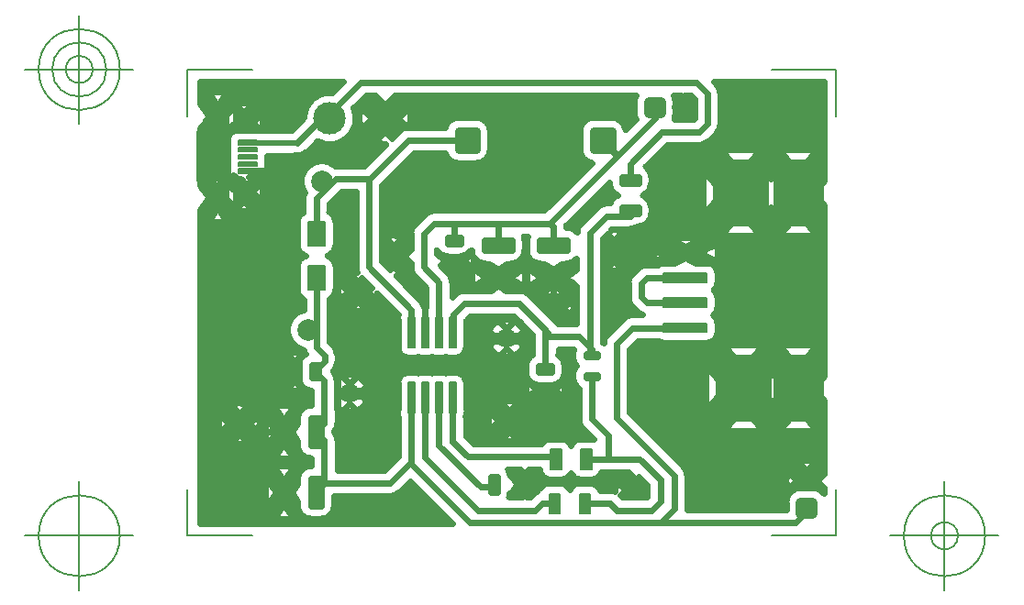
<source format=gbr>
G04 Generated by Ultiboard 14.0 *
%FSLAX34Y34*%
%MOMM*%

%ADD10C,0.0001*%
%ADD11C,0.0010*%
%ADD12C,0.6000*%
%ADD13C,0.5500*%
%ADD14C,0.7000*%
%ADD15C,0.1270*%
%ADD16R,1.0587X0.2753*%
%ADD17C,0.5832*%
%ADD18C,2.0000*%
%ADD19R,1.1857X0.5768*%
%ADD20R,1.0051X1.0051*%
%ADD21C,0.9949*%
%ADD22R,0.5768X1.1857*%
%ADD23R,2.4978X0.9738*%
%ADD24R,1.5500X2.2000*%
%ADD25C,0.1600*%
%ADD26R,0.5718X1.4818*%
%ADD27C,1.8000*%
%ADD28R,1.4818X0.5718*%
%ADD29R,0.9738X2.4978*%
%ADD30C,3.0000*%
%ADD31R,0.6100X2.8000*%
%ADD32R,1.4000X1.6000*%
%ADD33R,1.7000X0.3300*%
%ADD34R,1.7000X0.4000*%
%ADD35R,1.7000X0.3900*%
%ADD36R,1.5000X2.6000*%
%ADD37R,3.0000X2.5000*%
%ADD38R,3.0000X2.1000*%
%ADD39R,1.6510X1.6507*%
%ADD40C,0.7528*%
%ADD41R,1.0000X1.8000*%
%ADD42R,3.9000X5.4000*%
%ADD43C,0.7600*%
%ADD44R,4.4000X5.4000*%
%ADD45R,4.0000X0.8000*%


G04 ColorRGB 00FF00 for the following layer *
%LNCopper Top*%
%LPD*%
G54D10*
G36*
X243728Y614513D02*
X243728Y614513D01*
X254126Y624911D01*
X293413Y585624D01*
X59838Y585624D01*
X59838Y875683D01*
X68476Y887060D01*
X64184Y892713D01*
X83853Y892713D01*
X83853Y884560D01*
G75*
D01*
G03X83912Y883479I9847J-5*
G01*
X83912Y883479D01*
X85426Y885082D01*
X92750Y875435D01*
X92180Y874831D01*
G74*
D01*
G03X93292Y874721I1524J9728*
G01*
X93292Y874721D01*
X93547Y874385D01*
X93547Y874714D01*
G75*
D01*
G03X93700Y874713I141J9846*
G01*
X93700Y874713D01*
X107700Y874713D01*
G74*
D01*
G03X109220Y874831I0J9847*
G01*
X109220Y874831D01*
X100700Y883857D01*
X93547Y876280D01*
X93547Y899735D01*
X90054Y895134D01*
X83912Y901641D01*
G74*
D01*
G03X83853Y900560I9788J1076*
G01*
X83853Y900560D01*
X83853Y894683D01*
X77940Y899525D01*
X85603Y909616D01*
X85603Y909610D01*
G75*
D01*
G03X86568Y905357I9847J-2*
G01*
X86568Y905357D01*
X90504Y907888D01*
X97309Y902316D01*
X93608Y899936D01*
G75*
D01*
G03X95450Y899763I1838J9674*
G01*
X95450Y899763D01*
X112450Y899763D01*
G74*
D01*
G03X114292Y899936I4J9847*
G01*
X114292Y899936D01*
X105054Y905876D01*
X105702Y906563D01*
X112450Y906563D01*
G74*
D01*
G03X117390Y907892I0J9847*
G01*
X117390Y907892D01*
X121332Y905357D01*
G75*
D01*
G03X122297Y909610I-8882J4251*
G01*
X122297Y909610D01*
X122297Y913510D01*
G74*
D01*
G03X122190Y914960I9847J2*
G01*
G75*
D01*
G03X122297Y916410I-9740J1448*
G01*
X122297Y916410D01*
X122297Y919710D01*
G74*
D01*
G03X122194Y921135I9847J4*
G01*
G75*
D01*
G03X122297Y922560I-9744J1421*
G01*
X122297Y922560D01*
X122297Y925753D01*
X147492Y925753D01*
G75*
D01*
G03X158466Y929034I2447J11807*
G01*
X158466Y929034D01*
X168414Y938982D01*
G75*
D01*
G03X201934Y969741I11588J21016*
G01*
X201934Y969741D01*
X213275Y981082D01*
X221754Y981082D01*
X230800Y972036D01*
X239846Y981082D01*
X462306Y981082D01*
G74*
D01*
G03X460932Y975025I12668J6058*
G01*
X460932Y975025D01*
X460932Y964975D01*
G75*
D01*
G03X462148Y959260I14043J1*
G01*
X462148Y959260D01*
X452752Y949865D01*
G74*
D01*
G03X440055Y960880I12697J1810*
G01*
X440055Y960880D01*
X423545Y960880D01*
G75*
D01*
G03X410719Y948054I0J-12826*
G01*
X410719Y948054D01*
X410719Y931546D01*
G75*
D01*
G03X421736Y918849I12826J1*
G01*
X421736Y918849D01*
X378122Y875235D01*
X294648Y875235D01*
G75*
D01*
G03X294632Y875235I-8J-12058*
G01*
X294632Y875235D01*
X281751Y875235D01*
X281751Y875235D01*
X276445Y875235D01*
G75*
D01*
G03X273786Y874940I-8J-12058*
G01*
G74*
D01*
G03X267901Y871694I2650J11763*
G01*
X267901Y871694D01*
X258174Y861966D01*
G75*
D01*
G03X254642Y853428I8525J-8526*
G01*
X254642Y853428D01*
X254642Y839474D01*
X248288Y833120D01*
X254642Y826766D01*
X254642Y822980D01*
G75*
D01*
G03X258174Y814434I12058J-19*
G01*
X258174Y814434D01*
X265071Y807536D01*
X268612Y803995D01*
X268612Y786047D01*
X267075Y786047D01*
G74*
D01*
G03X263787Y792126I11804J2456*
G01*
X263787Y792126D01*
X248376Y807536D01*
X241582Y814331D01*
G74*
D01*
G03X246558Y815794I2821J18788*
G01*
X246558Y815794D01*
X238760Y823592D01*
X235541Y820372D01*
X227958Y827955D01*
X227958Y831846D01*
X229232Y833120D01*
X227958Y834394D01*
X227958Y898271D01*
X257429Y927742D01*
X286413Y927742D01*
G75*
D01*
G03X298662Y918720I12249J3804*
G01*
X298662Y918720D01*
X315172Y918720D01*
G75*
D01*
G03X327998Y931546I0J12826*
G01*
X327998Y931546D01*
X327998Y948054D01*
G74*
D01*
G03X315172Y960880I12826J0*
G01*
X315172Y960880D01*
X298662Y960880D01*
G75*
D01*
G03X286413Y951858I0J-12826*
G01*
X286413Y951858D01*
X253377Y951858D01*
G75*
D01*
G03X252686Y969850I-22577J8142*
G01*
X252686Y969850D01*
X242836Y960000D01*
X251057Y951779D01*
G74*
D01*
G03X243908Y948326I1377J11978*
G01*
X243908Y948326D01*
X237173Y941591D01*
X230800Y947964D01*
X220950Y938114D01*
G75*
D01*
G03X231595Y936013I9849J21886*
G01*
X231595Y936013D01*
X211880Y916298D01*
X185426Y916298D01*
G75*
D01*
G03X184895Y916287I-16J-12058*
G01*
G75*
D01*
G03X156634Y891589I-12175J-14587*
G01*
G75*
D01*
G03X155402Y886270I10825J-5309*
G01*
X155402Y886270D01*
X155402Y873385D01*
G74*
D01*
G03X150043Y864620I4488J8765*
G01*
X150043Y864620D01*
X150043Y842620D01*
G75*
D01*
G03X157297Y833120I9847J-1*
G01*
G74*
D01*
G03X150043Y823620I2593J9499*
G01*
X150043Y823620D01*
X150043Y801620D01*
G75*
D01*
G03X155582Y792765I9847J0*
G01*
X155582Y792765D01*
X155582Y783014D01*
G75*
D01*
G03X155901Y745992I4435J-18474*
G01*
G74*
D01*
G03X157259Y742615I11738J2759*
G01*
G74*
D01*
G03X151412Y732328I6126J10287*
G01*
X151412Y732328D01*
X151412Y720471D01*
G75*
D01*
G03X162779Y708513I11974J1*
G01*
X162779Y708513D01*
X162779Y695023D01*
X162347Y695023D01*
G75*
D01*
G03X150374Y683049I1J-11974*
G01*
X150374Y683049D01*
X150374Y678606D01*
X144835Y670560D01*
X150374Y662514D01*
X150374Y658071D01*
G75*
D01*
G03X162347Y646097I11973J-1*
G01*
X162347Y646097D01*
X162779Y646097D01*
X162779Y639143D01*
X162347Y639143D01*
G75*
D01*
G03X150374Y627169I1J-11974*
G01*
X150374Y627169D01*
X150374Y622726D01*
X144835Y614680D01*
X150374Y606634D01*
X150374Y602191D01*
G75*
D01*
G03X162347Y590217I11973J-1*
G01*
X162347Y590217D01*
X172086Y590217D01*
G75*
D01*
G03X184059Y602191I-1J11974*
G01*
X184059Y602191D01*
X184059Y610972D01*
X235187Y610972D01*
G75*
D01*
G03X236658Y611061I9J12058*
G01*
G74*
D01*
G03X243728Y614513I1466J11969*
G01*
D02*
G37*
%LPC*%
G36*
X230962Y850446D02*
X230962Y850446D01*
X238760Y842648D01*
X246558Y850446D01*
G75*
D01*
G03X230962Y850446I-7798J-17325*
G01*
D02*
G37*
G36*
X235510Y833120D02*
G75*
D01*
G03X235510Y833120I3250J0*
G01*
D02*
G37*
G36*
X226800Y960000D02*
G75*
D01*
G03X226800Y960000I4000J0*
G01*
D02*
G37*
G36*
X117488Y883479D02*
G75*
D01*
G03X117547Y884560I-9788J1076*
G01*
X117547Y884560D01*
X117547Y900560D01*
G74*
D01*
G03X117488Y901641I9847J5*
G01*
X117488Y901641D01*
X108916Y892560D01*
X117488Y883479D01*
D02*
G37*
G36*
X66728Y864412D02*
G75*
D01*
G03X68700Y864213I1970J9648*
G01*
X68700Y864213D01*
X83700Y864213D01*
G74*
D01*
G03X85672Y864412I2J9847*
G01*
X85672Y864412D01*
X76200Y876887D01*
X66728Y864412D01*
D02*
G37*
G36*
X208914Y969850D02*
G75*
D01*
G03X208914Y950150I21886J-9850*
G01*
X208914Y950150D01*
X218764Y960000D01*
X208914Y969850D01*
D02*
G37*
G36*
X88722Y695506D02*
X88722Y695506D01*
X96520Y687708D01*
X104318Y695506D01*
G75*
D01*
G03X88722Y695506I-7798J-17325*
G01*
D02*
G37*
G36*
X113846Y685978D02*
X113846Y685978D01*
X106048Y678180D01*
X113846Y670382D01*
G75*
D01*
G03X113846Y685978I-17325J7798*
G01*
D02*
G37*
G36*
X93270Y678180D02*
G75*
D01*
G03X93270Y678180I3250J0*
G01*
D02*
G37*
G36*
X79194Y685978D02*
G75*
D01*
G03X79194Y670382I17325J-7798*
G01*
X79194Y670382D01*
X86992Y678180D01*
X79194Y685978D01*
D02*
G37*
G36*
X104318Y660854D02*
X104318Y660854D01*
X96520Y668652D01*
X88722Y660854D01*
G75*
D01*
G03X104318Y660854I7798J17325*
G01*
D02*
G37*
G36*
X128515Y646858D02*
G75*
D01*
G03X132714Y646097I4200J11212*
G01*
X132714Y646097D01*
X142453Y646097D01*
G74*
D01*
G03X146651Y646858I3J11974*
G01*
X146651Y646858D01*
X137583Y660028D01*
X128515Y646858D01*
D02*
G37*
G36*
X128515Y694262D02*
X128515Y694262D01*
X137583Y681092D01*
X146651Y694262D01*
G74*
D01*
G03X142453Y695023I4200J11212*
G01*
X142453Y695023D01*
X132714Y695023D01*
G75*
D01*
G03X128515Y694262I2J-11974*
G01*
D02*
G37*
G36*
X140336Y709345D02*
G75*
D01*
G03X144759Y708498I4423J11125*
G01*
X144759Y708498D01*
X150528Y708498D01*
G74*
D01*
G03X154951Y709345I0J11973*
G01*
X154951Y709345D01*
X147643Y718150D01*
X140336Y709345D01*
D02*
G37*
G36*
X140336Y743454D02*
X140336Y743454D01*
X147643Y734649D01*
X154951Y743454D01*
G74*
D01*
G03X150528Y744301I4423J11125*
G01*
X150528Y744301D01*
X144759Y744301D01*
G75*
D01*
G03X140336Y743454I0J-11973*
G01*
D02*
G37*
G36*
X133221Y735527D02*
G74*
D01*
G03X132786Y732328I11538J3198*
G01*
X132786Y732328D01*
X132786Y720471D01*
G75*
D01*
G03X133221Y717272I11973J-1*
G01*
X133221Y717272D01*
X140797Y726399D01*
X133221Y735527D01*
D02*
G37*
G36*
X120815Y684383D02*
G74*
D01*
G03X120741Y683049I11899J1329*
G01*
X120741Y683049D01*
X120741Y658071D01*
G75*
D01*
G03X120815Y656737I11973J-5*
G01*
X120815Y656737D01*
X130332Y670560D01*
X120815Y684383D01*
D02*
G37*
G36*
X128515Y638382D02*
X128515Y638382D01*
X137583Y625212D01*
X146651Y638382D01*
G74*
D01*
G03X142453Y639143I4200J11212*
G01*
X142453Y639143D01*
X132714Y639143D01*
G75*
D01*
G03X128515Y638382I2J-11974*
G01*
D02*
G37*
G36*
X120815Y628503D02*
G74*
D01*
G03X120741Y627169I11899J1329*
G01*
X120741Y627169D01*
X120741Y602191D01*
G75*
D01*
G03X120815Y600857I11973J-5*
G01*
X120815Y600857D01*
X130332Y614680D01*
X120815Y628503D01*
D02*
G37*
G36*
X128515Y590978D02*
G75*
D01*
G03X132714Y590217I4200J11212*
G01*
X132714Y590217D01*
X142453Y590217D01*
G74*
D01*
G03X146651Y590978I3J11974*
G01*
X146651Y590978D01*
X137583Y604148D01*
X128515Y590978D01*
D02*
G37*
%LPD*%
G36*
X455302Y807701D02*
X455302Y807701D01*
X455302Y795034D01*
G75*
D01*
G03X458834Y786494I12058J-13*
G01*
X458834Y786494D01*
X463914Y781414D01*
G74*
D01*
G03X468291Y778618I8527J8524*
G01*
X468291Y778618D01*
X459232Y778618D01*
G75*
D01*
G03X450694Y775086I-11J-12058*
G01*
X450694Y775086D01*
X435974Y760366D01*
G74*
D01*
G03X432500Y753022I8525J8526*
G01*
G74*
D01*
G03X431898Y753317I5567J10599*
G01*
X431898Y753317D01*
X431898Y837666D01*
X432432Y838200D01*
X431898Y838734D01*
X431898Y849185D01*
X436201Y853488D01*
X441960Y847728D01*
X449758Y855526D01*
G75*
D01*
G03X439788Y857075I-7797J-17325*
G01*
X439788Y857075D01*
X440605Y857892D01*
X457200Y857892D01*
G74*
D01*
G03X464292Y860198I0J12058*
G01*
X464292Y860198D01*
X464609Y860198D01*
G75*
D01*
G03X476583Y872171I1J11973*
G01*
X476583Y872171D01*
X476583Y877889D01*
G74*
D01*
G03X469071Y889000I11974J1*
G01*
G75*
D01*
G03X476583Y900111I-4461J11111*
G01*
X476583Y900111D01*
X476583Y905829D01*
G74*
D01*
G03X471595Y915553I11974J1*
G01*
X471595Y915553D01*
X491405Y935362D01*
X520690Y935362D01*
G75*
D01*
G03X524261Y935900I9J12058*
G01*
G74*
D01*
G03X529236Y938903I3560J11520*
G01*
X529236Y938903D01*
X536837Y946504D01*
G75*
D01*
G03X540378Y955040I-8517J8536*
G01*
X540378Y955040D01*
X540378Y982980D01*
G74*
D01*
G03X536837Y991516I12058J0*
G01*
X536837Y991516D01*
X534096Y994256D01*
X636122Y994256D01*
X636122Y903045D01*
X626782Y891540D01*
X636122Y880035D01*
X636122Y722705D01*
X626782Y711200D01*
X636122Y699695D01*
X636122Y631993D01*
X629528Y625400D01*
X636122Y618807D01*
X636122Y613631D01*
G74*
D01*
G03X625025Y619068I11097J8606*
G01*
X625025Y619068D01*
X614975Y619068D01*
G75*
D01*
G03X600932Y605025I0J-14043*
G01*
X600932Y605025D01*
X600932Y598798D01*
X509881Y598798D01*
G75*
D01*
G03X509898Y599440I-12041J640*
G01*
X509898Y599440D01*
X509898Y629920D01*
G74*
D01*
G03X506357Y638456I12058J0*
G01*
X506357Y638456D01*
X456558Y688255D01*
X456558Y746845D01*
X464215Y754502D01*
X482340Y754502D01*
G75*
D01*
G03X488000Y752713I5660J8058*
G01*
X488000Y752713D01*
X528000Y752713D01*
G75*
D01*
G03X537847Y762560I0J9847*
G01*
X537847Y762560D01*
X537847Y770560D01*
G74*
D01*
G03X534151Y778250I9847J0*
G01*
G75*
D01*
G03X537847Y785940I-6151J7690*
G01*
X537847Y785940D01*
X537847Y793940D01*
G74*
D01*
G03X534463Y801370I9847J1*
G01*
G75*
D01*
G03X537847Y808800I-6463J7429*
G01*
X537847Y808800D01*
X537847Y816800D01*
G74*
D01*
G03X528000Y826647I9847J0*
G01*
X528000Y826647D01*
X517698Y826647D01*
X508000Y831147D01*
X498302Y826647D01*
X488000Y826647D01*
G75*
D01*
G03X482340Y824858I0J-9847*
G01*
X482340Y824858D01*
X472440Y824858D01*
G75*
D01*
G03X470680Y824729I-1J-12058*
G01*
G74*
D01*
G03X463914Y821326I1761J11929*
G01*
X463914Y821326D01*
X458834Y816246D01*
G75*
D01*
G03X455302Y807701I8525J-8526*
G01*
D02*
G37*
%LPC*%
G36*
X536983Y828527D02*
G75*
D01*
G03X537847Y832560I-8982J4033*
G01*
X537847Y832560D01*
X537847Y840560D01*
G74*
D01*
G03X536983Y844593I9847J0*
G01*
X536983Y844593D01*
X521751Y837527D01*
X521751Y837527D01*
X519668Y836560D01*
X521751Y835593D01*
X521751Y835593D01*
X536983Y828527D01*
D02*
G37*
G36*
X521751Y848353D02*
X521751Y848353D01*
X521751Y848353D01*
X526180Y850407D01*
X489820Y850407D01*
X508000Y841973D01*
X521751Y848353D01*
D02*
G37*
G36*
X479017Y828527D02*
X479017Y828527D01*
X496332Y836560D01*
X479017Y844593D01*
G74*
D01*
G03X478153Y840560I8982J4033*
G01*
X478153Y840560D01*
X478153Y832560D01*
G75*
D01*
G03X479017Y828527I9847J0*
G01*
D02*
G37*
G36*
X459286Y845998D02*
X459286Y845998D01*
X451488Y838200D01*
X459286Y830402D01*
G75*
D01*
G03X459286Y845998I-17325J7798*
G01*
D02*
G37*
G36*
X438710Y838200D02*
G75*
D01*
G03X438710Y838200I3250J0*
G01*
D02*
G37*
G36*
X449758Y820874D02*
X449758Y820874D01*
X441960Y828672D01*
X434162Y820874D01*
G75*
D01*
G03X449758Y820874I7798J17325*
G01*
D02*
G37*
G36*
X594420Y851678D02*
X594420Y851678D01*
X629580Y851678D01*
X612000Y873333D01*
X594420Y851678D01*
D02*
G37*
G36*
X540361Y851678D02*
X540361Y851678D01*
X577239Y851678D01*
X558800Y872761D01*
X540361Y851678D01*
D02*
G37*
G36*
X523938Y912623D02*
X523938Y912623D01*
X523938Y870457D01*
X542377Y891540D01*
X523938Y912623D01*
D02*
G37*
G36*
X586630Y878497D02*
X586630Y878497D01*
X593662Y870457D01*
X593662Y887159D01*
X597218Y891540D01*
X593662Y895921D01*
X593662Y912623D01*
X586630Y904583D01*
X579638Y913195D01*
X579638Y896588D01*
X575223Y891540D01*
X579638Y886492D01*
X579638Y869885D01*
X586630Y878497D01*
D02*
G37*
G36*
X577239Y931402D02*
X577239Y931402D01*
X540361Y931402D01*
X558800Y910319D01*
X577239Y931402D01*
D02*
G37*
G36*
X629580Y931402D02*
X629580Y931402D01*
X594420Y931402D01*
X612000Y909747D01*
X629580Y931402D01*
D02*
G37*
G36*
X594420Y671338D02*
X594420Y671338D01*
X629580Y671338D01*
X612000Y692993D01*
X594420Y671338D01*
D02*
G37*
G36*
X602674Y633198D02*
G75*
D01*
G03X602674Y617602I17325J-7798*
G01*
X602674Y617602D01*
X610472Y625400D01*
X602674Y633198D01*
D02*
G37*
G36*
X612202Y642726D02*
X612202Y642726D01*
X620000Y634928D01*
X627798Y642726D01*
G75*
D01*
G03X612202Y642726I-7798J-17325*
G01*
D02*
G37*
G36*
X617000Y625400D02*
G75*
D01*
G03X617000Y625400I3000J0*
G01*
D02*
G37*
G36*
X542901Y671338D02*
X542901Y671338D01*
X579779Y671338D01*
X561340Y692421D01*
X542901Y671338D01*
D02*
G37*
G36*
X526478Y732283D02*
X526478Y732283D01*
X526478Y690117D01*
X544917Y711200D01*
X526478Y732283D01*
D02*
G37*
G36*
X587853Y699664D02*
X587853Y699664D01*
X596202Y690117D01*
X596202Y709948D01*
X597218Y711200D01*
X596202Y712452D01*
X596202Y732283D01*
X587853Y722736D01*
X579638Y732855D01*
X579638Y713344D01*
X577763Y711200D01*
X579638Y709056D01*
X579638Y689545D01*
X587853Y699664D01*
D02*
G37*
G36*
X579779Y751062D02*
X579779Y751062D01*
X542901Y751062D01*
X561340Y729979D01*
X579779Y751062D01*
D02*
G37*
G36*
X629580Y751062D02*
X629580Y751062D01*
X594420Y751062D01*
X612000Y729407D01*
X629580Y751062D01*
D02*
G37*
%LPD*%
G36*
X222154Y792713D02*
X222154Y792713D01*
X214767Y800100D01*
X218237Y803570D01*
X214271Y807536D01*
X209210Y812597D01*
X205740Y809127D01*
X198353Y816514D01*
G74*
D01*
G02X204874Y818079I7387J16413*
G01*
G75*
D01*
G02X203842Y822979I11026J4881*
G01*
X203842Y822979D01*
X203842Y892182D01*
X190415Y892182D01*
X179518Y881285D01*
X179518Y873560D01*
G74*
D01*
G02X185237Y864620I4128J8940*
G01*
X185237Y864620D01*
X185237Y842620D01*
G75*
D01*
G02X177983Y833120I-9847J-1*
G01*
G74*
D01*
G02X185237Y823620I2593J9499*
G01*
X185237Y823620D01*
X185237Y801620D01*
G75*
D01*
G02X179698Y792765I-9847J0*
G01*
X179698Y792765D01*
X179698Y753743D01*
X183854Y749588D01*
G74*
D01*
G02X187395Y741052I8517J8536*
G01*
X187395Y741052D01*
X187395Y735466D01*
G75*
D01*
G02X183854Y726930I-12058J0*
G01*
X183854Y726930D01*
X183323Y726399D01*
X183352Y726370D01*
G74*
D01*
G02X186895Y717833I8514J8537*
G01*
X186895Y717833D01*
X186895Y708318D01*
X189093Y706120D01*
X186895Y703922D01*
X186895Y678180D01*
G75*
D01*
G02X184182Y670560I-12058J0*
G01*
G74*
D01*
G02X186895Y662940I9344J7620*
G01*
X186895Y662940D01*
X186895Y635088D01*
X230198Y635088D01*
X243212Y648102D01*
X243212Y684222D01*
G75*
D01*
G02X242373Y688200I9008J3977*
G01*
X242373Y688200D01*
X242373Y716200D01*
G75*
D01*
G02X252220Y726047I9847J0*
G01*
X252220Y726047D01*
X258320Y726047D01*
G74*
D01*
G02X261620Y725478I1J9847*
G01*
G75*
D01*
G02X264920Y726047I3299J-9278*
G01*
X264920Y726047D01*
X271020Y726047D01*
G74*
D01*
G02X274320Y725478I1J9847*
G01*
G75*
D01*
G02X277620Y726047I3299J-9278*
G01*
X277620Y726047D01*
X283720Y726047D01*
G74*
D01*
G02X287020Y725478I1J9847*
G01*
G75*
D01*
G02X290320Y726047I3299J-9278*
G01*
X290320Y726047D01*
X296420Y726047D01*
G74*
D01*
G02X306267Y716200I0J9847*
G01*
X306267Y716200D01*
X306267Y688200D01*
G75*
D01*
G02X305428Y684222I-9847J-1*
G01*
X305428Y684222D01*
X305428Y666664D01*
X312209Y659883D01*
X375606Y659883D01*
G75*
D01*
G02X383620Y664007I8013J-5723*
G01*
X383620Y664007D01*
X393620Y664007D01*
G74*
D01*
G02X402590Y658223I0J9847*
G01*
G75*
D01*
G02X411560Y664007I8970J-4063*
G01*
X411560Y664007D01*
X421560Y664007D01*
G74*
D01*
G02X423194Y663871I3J9847*
G01*
X423194Y663871D01*
X413114Y673951D01*
G75*
D01*
G02X409582Y682494I8525J8526*
G01*
X409582Y682494D01*
X409582Y710739D01*
G75*
D01*
G02X404373Y720618I6764J9879*
G01*
X404373Y720618D01*
X404373Y723372D01*
G74*
D01*
G02X407573Y731520I11974J0*
G01*
G75*
D01*
G02X404373Y739668I8773J8148*
G01*
X404373Y739668D01*
X404373Y742422D01*
G74*
D01*
G02X405026Y746321I11974J1*
G01*
X405026Y746321D01*
X404765Y746582D01*
X395420Y746582D01*
X390873Y746582D01*
X390873Y741658D01*
G74*
D01*
G02X396717Y731373I6128J10285*
G01*
X396717Y731373D01*
X396717Y725604D01*
G75*
D01*
G02X384744Y713631I-11973J0*
G01*
X384744Y713631D01*
X372887Y713631D01*
G75*
D01*
G02X360914Y725604I0J11973*
G01*
X360914Y725604D01*
X360914Y731373D01*
G74*
D01*
G02X366757Y741658I11973J0*
G01*
X366757Y741658D01*
X366757Y760145D01*
X349690Y777212D01*
X309299Y777212D01*
X306267Y774180D01*
X306267Y748200D01*
G75*
D01*
G02X296420Y738353I-9847J0*
G01*
X296420Y738353D01*
X290320Y738353D01*
G75*
D01*
G02X287020Y738922I-1J9847*
G01*
G74*
D01*
G02X283720Y738353I3299J9278*
G01*
X283720Y738353D01*
X277620Y738353D01*
G75*
D01*
G02X274320Y738922I-1J9847*
G01*
G74*
D01*
G02X271020Y738353I3299J9278*
G01*
X271020Y738353D01*
X264920Y738353D01*
G75*
D01*
G02X261620Y738922I-1J9847*
G01*
G74*
D01*
G02X258320Y738353I3299J9278*
G01*
X258320Y738353D01*
X252220Y738353D01*
G75*
D01*
G02X242373Y748200I0J9847*
G01*
X242373Y748200D01*
X242373Y776200D01*
G74*
D01*
G02X242786Y779022I9847J0*
G01*
X242786Y779022D01*
X223636Y798171D01*
G74*
D01*
G02X222154Y792713I17895J1929*
G01*
D02*
G37*
%LPC*%
G36*
X361761Y702554D02*
G75*
D01*
G02X360914Y706978I11126J4423*
G01*
X360914Y706978D01*
X360914Y712746D01*
G74*
D01*
G02X361761Y717170I11973J1*
G01*
X361761Y717170D01*
X370566Y709862D01*
X361761Y702554D01*
D02*
G37*
G36*
X395870Y702554D02*
X395870Y702554D01*
X387065Y709862D01*
X395870Y717170D01*
G74*
D01*
G02X396717Y712746I11126J4423*
G01*
X396717Y712746D01*
X396717Y706978D01*
G75*
D01*
G02X395870Y702554I-11973J-1*
G01*
D02*
G37*
G36*
X359314Y764307D02*
G75*
D01*
G02X359314Y749533I-16413J-7387*
G01*
X359314Y749533D01*
X351927Y756920D01*
X359314Y764307D01*
D02*
G37*
G36*
X340400Y756920D02*
G75*
D01*
G02X340400Y756920I2500J0*
G01*
D02*
G37*
G36*
X335513Y773334D02*
G75*
D01*
G02X350287Y773334I7387J-16413*
G01*
X350287Y773334D01*
X342900Y765947D01*
X335513Y773334D01*
D02*
G37*
G36*
X369688Y695440D02*
X369688Y695440D01*
X378815Y703015D01*
X387943Y695440D01*
G74*
D01*
G02X384744Y695004I3202J11537*
G01*
X384744Y695004D01*
X372887Y695004D01*
G75*
D01*
G02X369688Y695440I3J11974*
G01*
D02*
G37*
G36*
X326486Y764307D02*
X326486Y764307D01*
X333873Y756920D01*
X326486Y749533D01*
G75*
D01*
G02X326486Y764307I16413J7387*
G01*
D02*
G37*
G36*
X350287Y740506D02*
G75*
D01*
G02X335513Y740506I-7387J16413*
G01*
X335513Y740506D01*
X342900Y747893D01*
X350287Y740506D01*
D02*
G37*
G36*
X337642Y698046D02*
G75*
D01*
G02X353238Y698046I7798J-17325*
G01*
X353238Y698046D01*
X345440Y690248D01*
X337642Y698046D01*
D02*
G37*
G36*
X342190Y680720D02*
G75*
D01*
G02X342190Y680720I3250J0*
G01*
D02*
G37*
G36*
X362766Y688518D02*
G75*
D01*
G02X362766Y672922I-17325J-7798*
G01*
X362766Y672922D01*
X354968Y680720D01*
X362766Y688518D01*
D02*
G37*
G36*
X353238Y663394D02*
G75*
D01*
G02X337642Y663394I-7798J17325*
G01*
X337642Y663394D01*
X345440Y671192D01*
X353238Y663394D01*
D02*
G37*
G36*
X328114Y688518D02*
X328114Y688518D01*
X335912Y680720D01*
X328114Y672922D01*
G75*
D01*
G02X328114Y688518I17325J7798*
G01*
D02*
G37*
G36*
X189326Y807487D02*
X189326Y807487D01*
X196713Y800100D01*
X189326Y792713D01*
G75*
D01*
G02X189326Y807487I16413J7387*
G01*
D02*
G37*
G36*
X213127Y783686D02*
G75*
D01*
G02X198353Y783686I-7387J16413*
G01*
X198353Y783686D01*
X205740Y791073D01*
X213127Y783686D01*
D02*
G37*
G36*
X190733Y722534D02*
G75*
D01*
G02X205507Y722534I7387J-16413*
G01*
X205507Y722534D01*
X198120Y715147D01*
X190733Y722534D01*
D02*
G37*
G36*
X195620Y706120D02*
G75*
D01*
G02X195620Y706120I2500J0*
G01*
D02*
G37*
G36*
X214534Y713507D02*
G75*
D01*
G02X214534Y698733I-16413J-7387*
G01*
X214534Y698733D01*
X207147Y706120D01*
X214534Y713507D01*
D02*
G37*
G36*
X205507Y689706D02*
G75*
D01*
G02X190733Y689706I-7387J16413*
G01*
X190733Y689706D01*
X198120Y697093D01*
X205507Y689706D01*
D02*
G37*
G36*
X203240Y800100D02*
G75*
D01*
G02X203240Y800100I2500J0*
G01*
D02*
G37*
%LPD*%
G36*
X333073Y690880D02*
G75*
D01*
G02X357267Y691504I12367J-10160*
G01*
G75*
D01*
G03X358140Y693420I-1666J1916*
G01*
X358140Y693420D01*
X358140Y772160D01*
G74*
D01*
G03X357881Y773278I2540J1*
G01*
X357881Y773278D01*
X356718Y774441D01*
G74*
D01*
G03X355600Y774700I1117J2281*
G01*
X355600Y774700D01*
X303258Y774700D01*
X303258Y748200D01*
G75*
D01*
G02X296420Y741362I-6838J0*
G01*
X296420Y741362D01*
X290320Y741362D01*
G75*
D01*
G02X287020Y742211I0J6838*
G01*
G74*
D01*
G02X283720Y741362I3300J5988*
G01*
X283720Y741362D01*
X277620Y741362D01*
G75*
D01*
G02X274320Y742211I0J6838*
G01*
G74*
D01*
G02X271020Y741362I3300J5988*
G01*
X271020Y741362D01*
X264920Y741362D01*
G75*
D01*
G02X261620Y742211I0J6838*
G01*
G74*
D01*
G02X258320Y741362I3300J5988*
G01*
X258320Y741362D01*
X252220Y741362D01*
G75*
D01*
G02X245382Y748200I0J6838*
G01*
X245382Y748200D01*
X245382Y774700D01*
X185401Y774700D01*
G75*
D01*
G03X182861Y772160I0J-2540*
G01*
X182861Y772160D01*
X182861Y746078D01*
G74*
D01*
G02X184385Y741052I7524J5026*
G01*
X184385Y741052D01*
X184385Y735466D01*
G75*
D01*
G02X182861Y730440I-9048J0*
G01*
X182861Y730440D01*
X182861Y722014D01*
G74*
D01*
G02X183885Y717833I8023J4181*
G01*
X183885Y717833D01*
X183885Y691382D01*
G75*
D01*
G03X185401Y690880I1516J2038*
G01*
X185401Y690880D01*
X245382Y690880D01*
X245382Y716200D01*
G75*
D01*
G02X252220Y723038I6838J0*
G01*
X252220Y723038D01*
X258320Y723038D01*
G74*
D01*
G02X261620Y722189I0J6838*
G01*
G75*
D01*
G02X264920Y723038I3300J-5988*
G01*
X264920Y723038D01*
X271020Y723038D01*
G74*
D01*
G02X274320Y722189I0J6838*
G01*
G75*
D01*
G02X277620Y723038I3300J-5988*
G01*
X277620Y723038D01*
X283720Y723038D01*
G74*
D01*
G02X287020Y722189I0J6838*
G01*
G75*
D01*
G02X290320Y723038I3300J-5988*
G01*
X290320Y723038D01*
X296420Y723038D01*
G74*
D01*
G02X303258Y716200I0J6838*
G01*
X303258Y716200D01*
X303258Y690880D01*
X333073Y690880D01*
D02*
G37*
%LPC*%
G36*
X328870Y762241D02*
G75*
D01*
G02X356930Y762241I14030J-5321*
G01*
X356930Y762241D01*
X328870Y762241D01*
D02*
G37*
G36*
X212150Y700799D02*
G75*
D01*
G02X184090Y700799I-14030J5321*
G01*
X184090Y700799D01*
X212150Y700799D01*
D02*
G37*
G36*
X184090Y711441D02*
G75*
D01*
G02X212150Y711441I14030J-5321*
G01*
X212150Y711441D01*
X184090Y711441D01*
D02*
G37*
G36*
X195620Y706120D02*
G75*
D01*
G02X195620Y706120I2500J0*
G01*
D02*
G37*
G36*
X356930Y751599D02*
G75*
D01*
G02X328870Y751599I-14030J5321*
G01*
X328870Y751599D01*
X356930Y751599D01*
D02*
G37*
G36*
X340400Y756920D02*
G75*
D01*
G02X340400Y756920I2500J0*
G01*
D02*
G37*
%LPD*%
G36*
X289187Y817526D02*
X289187Y817526D01*
X281751Y824962D01*
X281751Y824962D01*
X281710Y825002D01*
X281751Y825036D01*
X281751Y825036D01*
X286390Y828887D01*
X281751Y832737D01*
X281751Y832737D01*
X281719Y832764D01*
X278758Y835221D01*
X278758Y837974D01*
G75*
D01*
G03X288712Y832656I9953J6655*
G01*
X288712Y832656D01*
X300568Y832656D01*
G74*
D01*
G03X310817Y838439I0J11973*
G01*
X310817Y838439D01*
X310817Y837987D01*
G75*
D01*
G03X311046Y835656I11974J0*
G01*
X311046Y835656D01*
X302890Y828887D01*
X311411Y821815D01*
G74*
D01*
G03X310817Y818093I11379J3724*
G01*
X310817Y818093D01*
X310817Y808354D01*
G75*
D01*
G03X311578Y804155I11974J2*
G01*
X311578Y804155D01*
X316488Y807536D01*
X316488Y807536D01*
X324748Y813223D01*
X311882Y822082D01*
G75*
D01*
G03X312542Y826002I-11313J3920*
G01*
X312542Y826002D01*
X312542Y831771D01*
G74*
D01*
G03X312542Y831797I11974J13*
G01*
G75*
D01*
G03X322791Y826014I10249J6190*
G01*
X322791Y826014D01*
X327234Y826014D01*
X335280Y820475D01*
X343326Y826014D01*
X347769Y826014D01*
G75*
D01*
G03X359743Y837987I1J11973*
G01*
X359743Y837987D01*
X359743Y847726D01*
G74*
D01*
G03X359252Y851119I11974J1*
G01*
X359252Y851119D01*
X362108Y851119D01*
G74*
D01*
G03X361617Y847726I11482J3394*
G01*
X361617Y847726D01*
X361617Y837987D01*
G75*
D01*
G03X373591Y826014I11974J1*
G01*
X373591Y826014D01*
X378034Y826014D01*
X386080Y820475D01*
X394126Y826014D01*
X398569Y826014D01*
G74*
D01*
G03X407782Y830340I0J11973*
G01*
X407782Y830340D01*
X407782Y820914D01*
X396612Y813223D01*
X404872Y807536D01*
X404872Y807536D01*
X407782Y805533D01*
X407782Y770698D01*
X395420Y770698D01*
X395420Y770698D01*
X395420Y770698D01*
X390713Y770698D01*
X386080Y775332D01*
X385878Y775130D01*
X376350Y784658D01*
X376552Y784860D01*
X368754Y792658D01*
G74*
D01*
G03X368630Y792377I17319J7811*
G01*
X368630Y792377D01*
X363221Y797787D01*
G74*
D01*
G03X354685Y801328I8536J8517*
G01*
X354685Y801328D01*
X342025Y801328D01*
X335280Y805972D01*
X328535Y801328D01*
X304305Y801328D01*
G75*
D01*
G03X301301Y800948I-1J-12058*
G01*
G74*
D01*
G03X295778Y797796I3004J11678*
G01*
X295778Y797796D01*
X292728Y794746D01*
X292728Y808990D01*
G74*
D01*
G03X291625Y814029I12058J1*
G01*
X291625Y814029D01*
X300568Y814029D01*
G74*
D01*
G03X303768Y814464I2J11973*
G01*
X303768Y814464D01*
X294640Y822040D01*
X289193Y817519D01*
G74*
D01*
G03X289187Y817526I9157J7843*
G01*
D02*
G37*
%LPC*%
G36*
X362378Y804155D02*
X362378Y804155D01*
X367288Y807536D01*
X367288Y807536D01*
X375548Y813223D01*
X362378Y822291D01*
G74*
D01*
G03X361617Y818093I11212J4200*
G01*
X361617Y818093D01*
X361617Y808354D01*
G75*
D01*
G03X362378Y804155I11974J2*
G01*
D02*
G37*
G36*
X358982Y804155D02*
G75*
D01*
G03X359743Y808354I-11212J4200*
G01*
X359743Y808354D01*
X359743Y818093D01*
G74*
D01*
G03X358982Y822291I11974J3*
G01*
X358982Y822291D01*
X345812Y813223D01*
X354072Y807536D01*
X354072Y807536D01*
X358982Y804155D01*
D02*
G37*
G36*
X382830Y784860D02*
G75*
D01*
G03X382830Y784860I3250J0*
G01*
D02*
G37*
G36*
X378282Y802186D02*
X378282Y802186D01*
X379220Y801249D01*
X372257Y796455D01*
G75*
D01*
G03X373591Y796381I1329J11899*
G01*
X373591Y796381D01*
X384088Y796381D01*
X386080Y794388D01*
X388072Y796381D01*
X398569Y796381D01*
G74*
D01*
G03X399903Y796455I5J11973*
G01*
X399903Y796455D01*
X392940Y801249D01*
X393878Y802186D01*
G74*
D01*
G03X389635Y803524I7796J17326*
G01*
X389635Y803524D01*
X386080Y805972D01*
X382525Y803524D01*
G74*
D01*
G03X378282Y802186I3553J18664*
G01*
D02*
G37*
G36*
X403406Y792658D02*
X403406Y792658D01*
X395608Y784860D01*
X403406Y777062D01*
G75*
D01*
G03X403406Y792658I-17325J7798*
G01*
D02*
G37*
%LPD*%
G36*
X83912Y965641D02*
X83912Y965641D01*
X85426Y964038D01*
X92750Y973685D01*
X92180Y974289D01*
G74*
D01*
G02X93292Y974399I1524J9728*
G01*
X93292Y974399D01*
X93547Y974735D01*
X93547Y974406D01*
G75*
D01*
G02X93700Y974407I141J-9846*
G01*
X93700Y974407D01*
X107700Y974407D01*
G74*
D01*
G02X109220Y974289I0J9847*
G01*
X109220Y974289D01*
X100700Y965263D01*
X93547Y972840D01*
X93547Y949385D01*
X90054Y953986D01*
X83912Y947479D01*
G75*
D01*
G02X83853Y948560I9788J1076*
G01*
X83853Y948560D01*
X83853Y956659D01*
X77153Y950633D01*
X85603Y939504D01*
X85603Y939510D01*
G75*
D01*
G02X95450Y949357I9847J0*
G01*
X95450Y949357D01*
X103478Y949357D01*
G75*
D01*
G02X103950Y949367I486J-11796*
G01*
X103950Y949367D01*
X115706Y949367D01*
X108916Y956560D01*
X117488Y965641D01*
G74*
D01*
G02X117547Y964560I9788J1076*
G01*
X117547Y964560D01*
X117547Y949367D01*
X144694Y949367D01*
X156010Y960682D01*
G75*
D01*
G02X182004Y983916I23989J-681*
G01*
X182004Y983916D01*
X192344Y994256D01*
X59838Y994256D01*
X59838Y973437D01*
X68476Y962060D01*
X65703Y958407D01*
X83853Y958407D01*
X83853Y964560D01*
G74*
D01*
G02X83912Y965641I9847J5*
G01*
D02*
G37*
%LPC*%
G36*
X85672Y984708D02*
X85672Y984708D01*
X76200Y972233D01*
X66728Y984708D01*
G75*
D01*
G02X68700Y984907I1970J-9648*
G01*
X68700Y984907D01*
X83700Y984907D01*
G74*
D01*
G02X85672Y984708I2J9847*
G01*
D02*
G37*
%LPD*%
G36*
X346248Y613455D02*
X346248Y613455D01*
X352787Y622000D01*
X346248Y630545D01*
G74*
D01*
G03X344475Y635767I11919J1135*
G01*
X344475Y635767D01*
X355498Y635767D01*
X359410Y630655D01*
X363322Y635767D01*
X373780Y635767D01*
G75*
D01*
G03X383620Y626313I9839J393*
G01*
X383620Y626313D01*
X393620Y626313D01*
G74*
D01*
G03X402590Y632097I0J9847*
G01*
G75*
D01*
G03X411560Y626313I8970J4063*
G01*
X411560Y626313D01*
X421560Y626313D01*
G74*
D01*
G03X430961Y633227I1J9847*
G01*
X430961Y633227D01*
X455801Y633227D01*
X462280Y626748D01*
X464899Y629368D01*
X472957Y621310D01*
X472957Y618368D01*
X471808Y617220D01*
X472957Y616072D01*
X472957Y611081D01*
X472174Y610298D01*
X449995Y610298D01*
X447912Y612381D01*
X452752Y617220D01*
X444954Y625018D01*
G75*
D01*
G03X443351Y615580I17325J-7798*
G01*
G74*
D01*
G03X438846Y616453I4505J11185*
G01*
X438846Y616453D01*
X429706Y616453D01*
G74*
D01*
G03X420345Y623242I9360J3058*
G01*
X420345Y623242D01*
X410345Y623242D01*
G75*
D01*
G03X401375Y617458I0J-9847*
G01*
G74*
D01*
G03X392405Y623242I8970J4063*
G01*
X392405Y623242D01*
X382405Y623242D01*
G75*
D01*
G03X374242Y618903I-1J-9847*
G01*
X374242Y618903D01*
X374242Y629409D01*
G74*
D01*
G03X373895Y632274I11973J3*
G01*
X373895Y632274D01*
X366033Y622000D01*
X371029Y615471D01*
G74*
D01*
G03X367269Y612921I4766J11075*
G01*
X367269Y612921D01*
X364645Y610298D01*
X361742Y610298D01*
X359410Y613345D01*
X357078Y610298D01*
X345506Y610298D01*
G74*
D01*
G03X346248Y613455I11177J4293*
G01*
D02*
G37*
%LPC*%
G36*
X459030Y617220D02*
G75*
D01*
G03X459030Y617220I3250J0*
G01*
D02*
G37*
%LPD*%
G36*
X445329Y889000D02*
G74*
D01*
G03X438548Y882008I4461J11111*
G01*
X438548Y882008D01*
X435610Y882008D01*
G75*
D01*
G03X433043Y881732I-2J-12058*
G01*
G74*
D01*
G03X427084Y878476I2568J11781*
G01*
X427084Y878476D01*
X411314Y862706D01*
G74*
D01*
G03X407835Y855309I8525J8526*
G01*
G74*
D01*
G03X398569Y859699I9266J7583*
G01*
X398569Y859699D01*
X398138Y859699D01*
X398138Y860213D01*
G74*
D01*
G03X398105Y861112I12058J7*
G01*
X398105Y861112D01*
X437817Y900825D01*
X437817Y900111D01*
G75*
D01*
G03X445329Y889000I11974J1*
G01*
D02*
G37*
G36*
X85611Y935196D02*
X85611Y935196D01*
X84651Y936060D01*
X85603Y936916D01*
X85603Y939398D01*
G74*
D01*
G02X83700Y939213I1900J9662*
G01*
X83700Y939213D01*
X68700Y939213D01*
G75*
D01*
G02X66728Y939412I-2J9847*
G01*
X66728Y939412D01*
X72488Y946999D01*
X63309Y955254D01*
X59838Y950683D01*
X59838Y937060D01*
X60949Y936060D01*
X59838Y935060D01*
X59838Y933407D01*
X85627Y933407D01*
G74*
D01*
G02X85710Y934160I9822J702*
G01*
G74*
D01*
G02X85611Y935196I9739J1453*
G01*
D02*
G37*
G36*
X85603Y909722D02*
X85603Y909722D01*
X85603Y911902D01*
X84188Y913060D01*
X84985Y913713D01*
X60615Y913713D01*
X61412Y913060D01*
X59838Y911772D01*
X59838Y898437D01*
X62327Y895158D01*
X71853Y902958D01*
X66728Y909708D01*
G75*
D01*
G02X68700Y909907I1970J-9648*
G01*
X68700Y909907D01*
X83700Y909907D01*
G74*
D01*
G02X85603Y909722I3J9847*
G01*
D02*
G37*
G36*
X497947Y959478D02*
G75*
D01*
G03X499068Y964975I-12921J5498*
G01*
X499068Y964975D01*
X499068Y975025D01*
G74*
D01*
G03X497694Y981082I14043J1*
G01*
X497694Y981082D01*
X503846Y981082D01*
X505400Y979528D01*
X506954Y981082D01*
X513165Y981082D01*
X516262Y977985D01*
X516262Y971334D01*
X514928Y970000D01*
X516262Y968666D01*
X516262Y960035D01*
X515705Y959478D01*
X506394Y959478D01*
X505400Y960472D01*
X504406Y959478D01*
X497947Y959478D01*
D02*
G37*
%LPC*%
G36*
X502400Y970000D02*
G75*
D01*
G03X502400Y970000I3000J0*
G01*
D02*
G37*
%LPD*%
G36*
X59838Y933000D02*
X59838Y933000D01*
X59838Y914348D01*
X60190Y914060D01*
X71045Y923823D01*
X59838Y933000D01*
D02*
G37*
G36*
X85710Y914960D02*
G75*
D01*
G02X85603Y916410I9740J1448*
G01*
X85603Y916410D01*
X85603Y919710D01*
G74*
D01*
G02X85706Y921135I9847J4*
G01*
G75*
D01*
G02X85603Y922560I9744J1421*
G01*
X85603Y922560D01*
X85603Y926560D01*
G74*
D01*
G02X85706Y927985I9847J4*
G01*
G75*
D01*
G02X85603Y929410I9744J1421*
G01*
X85603Y929410D01*
X85603Y932710D01*
G74*
D01*
G02X85604Y932871I9847J19*
G01*
X85604Y932871D01*
X74555Y923823D01*
X85410Y914060D01*
X85630Y914240D01*
G74*
D01*
G02X85710Y914960I9820J727*
G01*
D02*
G37*
G36*
X265158Y758694D02*
X265158Y758694D01*
X265158Y765706D01*
X270782Y765706D01*
X270782Y758694D01*
X265158Y758694D01*
D02*
G37*
G36*
X97647Y902560D02*
G75*
D01*
G02X97647Y902534I-9847J-13*
G01*
X97647Y902534D01*
X98801Y903275D01*
X97647Y904497D01*
X97647Y902560D01*
D02*
G37*
G54D11*
X328870Y762241D02*
G75*
D01*
G02X356930Y762241I14030J-5321*
G01*
X328870Y762241D01*
X212150Y700799D02*
G75*
D01*
G02X184090Y700799I-14030J5321*
G01*
X212150Y700799D01*
X184090Y711441D02*
G75*
D01*
G02X212150Y711441I14030J-5321*
G01*
X184090Y711441D01*
X195620Y706120D02*
G75*
D01*
G02X195620Y706120I2500J0*
G01*
X356930Y751599D02*
G75*
D01*
G02X328870Y751599I-14030J5321*
G01*
X356930Y751599D01*
X340400Y756920D02*
G75*
D01*
G02X340400Y756920I2500J0*
G01*
X333073Y690880D02*
G75*
D01*
G02X357267Y691504I12367J-10160*
G01*
G75*
D01*
G03X358140Y693420I-1666J1916*
G01*
X358140Y772160D01*
G74*
D01*
G03X357881Y773278I2540J1*
G01*
X356718Y774441D01*
G74*
D01*
G03X355600Y774700I1117J2281*
G01*
X303258Y774700D01*
X303258Y748200D01*
G75*
D01*
G02X296420Y741362I-6838J0*
G01*
X290320Y741362D01*
G75*
D01*
G02X287020Y742211I0J6838*
G01*
G74*
D01*
G02X283720Y741362I3300J5988*
G01*
X277620Y741362D01*
G75*
D01*
G02X274320Y742211I0J6838*
G01*
G74*
D01*
G02X271020Y741362I3300J5988*
G01*
X264920Y741362D01*
G75*
D01*
G02X261620Y742211I0J6838*
G01*
G74*
D01*
G02X258320Y741362I3300J5988*
G01*
X252220Y741362D01*
G75*
D01*
G02X245382Y748200I0J6838*
G01*
X245382Y774700D01*
X185401Y774700D01*
G75*
D01*
G03X182861Y772160I0J-2540*
G01*
X182861Y746078D01*
G74*
D01*
G02X184385Y741052I7524J5026*
G01*
X184385Y735466D01*
G75*
D01*
G02X182861Y730440I-9048J0*
G01*
X182861Y722014D01*
G74*
D01*
G02X183885Y717833I8023J4181*
G01*
X183885Y691382D01*
G75*
D01*
G03X185401Y690880I1516J2038*
G01*
X245382Y690880D01*
X245382Y716200D01*
G75*
D01*
G02X252220Y723038I6838J0*
G01*
X258320Y723038D01*
G74*
D01*
G02X261620Y722189I0J6838*
G01*
G75*
D01*
G02X264920Y723038I3300J-5988*
G01*
X271020Y723038D01*
G74*
D01*
G02X274320Y722189I0J6838*
G01*
G75*
D01*
G02X277620Y723038I3300J-5988*
G01*
X283720Y723038D01*
G74*
D01*
G02X287020Y722189I0J6838*
G01*
G75*
D01*
G02X290320Y723038I3300J-5988*
G01*
X296420Y723038D01*
G74*
D01*
G02X303258Y716200I0J6838*
G01*
X303258Y690880D01*
X333073Y690880D01*
X265158Y758694D02*
X265158Y765706D01*
X270782Y765706D01*
X270782Y758694D01*
X265158Y758694D01*
G54D12*
X230962Y850446D02*
X238760Y842648D01*
X246558Y850446D01*
G75*
D01*
G03X230962Y850446I-7798J-17325*
G01*
X235510Y833120D02*
G75*
D01*
G03X235510Y833120I3250J0*
G01*
X226800Y960000D02*
G75*
D01*
G03X226800Y960000I4000J0*
G01*
X117488Y883479D02*
G75*
D01*
G03X117547Y884560I-9788J1076*
G01*
X117547Y900560D01*
G74*
D01*
G03X117488Y901641I9847J5*
G01*
X108916Y892560D01*
X117488Y883479D01*
X66728Y864412D02*
G75*
D01*
G03X68700Y864213I1970J9648*
G01*
X83700Y864213D01*
G74*
D01*
G03X85672Y864412I2J9847*
G01*
X76200Y876887D01*
X66728Y864412D01*
X208914Y969850D02*
G75*
D01*
G03X208914Y950150I21886J-9850*
G01*
X218764Y960000D01*
X208914Y969850D01*
X88722Y695506D02*
X96520Y687708D01*
X104318Y695506D01*
G75*
D01*
G03X88722Y695506I-7798J-17325*
G01*
X113846Y685978D02*
X106048Y678180D01*
X113846Y670382D01*
G75*
D01*
G03X113846Y685978I-17325J7798*
G01*
X93270Y678180D02*
G75*
D01*
G03X93270Y678180I3250J0*
G01*
X79194Y685978D02*
G75*
D01*
G03X79194Y670382I17325J-7798*
G01*
X86992Y678180D01*
X79194Y685978D01*
X104318Y660854D02*
X96520Y668652D01*
X88722Y660854D01*
G75*
D01*
G03X104318Y660854I7798J17325*
G01*
X128515Y646858D02*
G75*
D01*
G03X132714Y646097I4200J11212*
G01*
X142453Y646097D01*
G74*
D01*
G03X146651Y646858I3J11974*
G01*
X137583Y660028D01*
X128515Y646858D01*
X128515Y694262D02*
X137583Y681092D01*
X146651Y694262D01*
G74*
D01*
G03X142453Y695023I4200J11212*
G01*
X132714Y695023D01*
G75*
D01*
G03X128515Y694262I2J-11974*
G01*
X140336Y709345D02*
G75*
D01*
G03X144759Y708498I4423J11125*
G01*
X150528Y708498D01*
G74*
D01*
G03X154951Y709345I0J11973*
G01*
X147643Y718150D01*
X140336Y709345D01*
X140336Y743454D02*
X147643Y734649D01*
X154951Y743454D01*
G74*
D01*
G03X150528Y744301I4423J11125*
G01*
X144759Y744301D01*
G75*
D01*
G03X140336Y743454I0J-11973*
G01*
X133221Y735527D02*
G74*
D01*
G03X132786Y732328I11538J3198*
G01*
X132786Y720471D01*
G75*
D01*
G03X133221Y717272I11973J-1*
G01*
X140797Y726399D01*
X133221Y735527D01*
X120815Y684383D02*
G74*
D01*
G03X120741Y683049I11899J1329*
G01*
X120741Y658071D01*
G75*
D01*
G03X120815Y656737I11973J-5*
G01*
X130332Y670560D01*
X120815Y684383D01*
X128515Y638382D02*
X137583Y625212D01*
X146651Y638382D01*
G74*
D01*
G03X142453Y639143I4200J11212*
G01*
X132714Y639143D01*
G75*
D01*
G03X128515Y638382I2J-11974*
G01*
X120815Y628503D02*
G74*
D01*
G03X120741Y627169I11899J1329*
G01*
X120741Y602191D01*
G75*
D01*
G03X120815Y600857I11973J-5*
G01*
X130332Y614680D01*
X120815Y628503D01*
X128515Y590978D02*
G75*
D01*
G03X132714Y590217I4200J11212*
G01*
X142453Y590217D01*
G74*
D01*
G03X146651Y590978I3J11974*
G01*
X137583Y604148D01*
X128515Y590978D01*
X243728Y614513D02*
X254126Y624911D01*
X293413Y585624D01*
X59838Y585624D01*
X59838Y875683D01*
X68476Y887060D01*
X64184Y892713D01*
X83853Y892713D01*
X83853Y884560D01*
G75*
D01*
G03X83912Y883479I9847J-5*
G01*
X85426Y885082D01*
X92750Y875435D01*
X92180Y874831D01*
G74*
D01*
G03X93292Y874721I1524J9728*
G01*
X93547Y874385D01*
X93547Y874714D01*
G75*
D01*
G03X93700Y874713I141J9846*
G01*
X107700Y874713D01*
G74*
D01*
G03X109220Y874831I0J9847*
G01*
X100700Y883857D01*
X93547Y876280D01*
X93547Y899735D01*
X90054Y895134D01*
X83912Y901641D01*
G74*
D01*
G03X83853Y900560I9788J1076*
G01*
X83853Y894683D01*
X77940Y899525D01*
X85603Y909616D01*
X85603Y909610D01*
G75*
D01*
G03X86568Y905357I9847J-2*
G01*
X90504Y907888D01*
X97309Y902316D01*
X93608Y899936D01*
G75*
D01*
G03X95450Y899763I1838J9674*
G01*
X112450Y899763D01*
G74*
D01*
G03X114292Y899936I4J9847*
G01*
X105054Y905876D01*
X105702Y906563D01*
X112450Y906563D01*
G74*
D01*
G03X117390Y907892I0J9847*
G01*
X121332Y905357D01*
G75*
D01*
G03X122297Y909610I-8882J4251*
G01*
X122297Y913510D01*
G74*
D01*
G03X122190Y914960I9847J2*
G01*
G75*
D01*
G03X122297Y916410I-9740J1448*
G01*
X122297Y919710D01*
G74*
D01*
G03X122194Y921135I9847J4*
G01*
G75*
D01*
G03X122297Y922560I-9744J1421*
G01*
X122297Y925753D01*
X147492Y925753D01*
G75*
D01*
G03X158466Y929034I2447J11807*
G01*
X168414Y938982D01*
G75*
D01*
G03X201934Y969741I11588J21016*
G01*
X213275Y981082D01*
X221754Y981082D01*
X230800Y972036D01*
X239846Y981082D01*
X462306Y981082D01*
G74*
D01*
G03X460932Y975025I12668J6058*
G01*
X460932Y964975D01*
G75*
D01*
G03X462148Y959260I14043J1*
G01*
X452752Y949865D01*
G74*
D01*
G03X440055Y960880I12697J1810*
G01*
X423545Y960880D01*
G75*
D01*
G03X410719Y948054I0J-12826*
G01*
X410719Y931546D01*
G75*
D01*
G03X421736Y918849I12826J1*
G01*
X378122Y875235D01*
X294648Y875235D01*
G75*
D01*
G03X294632Y875235I-8J-12058*
G01*
X281751Y875235D01*
X281751Y875235D01*
X276445Y875235D01*
G75*
D01*
G03X273786Y874940I-8J-12058*
G01*
G74*
D01*
G03X267901Y871694I2650J11763*
G01*
X258174Y861966D01*
G75*
D01*
G03X254642Y853428I8525J-8526*
G01*
X254642Y839474D01*
X248288Y833120D01*
X254642Y826766D01*
X254642Y822980D01*
G75*
D01*
G03X258174Y814434I12058J-19*
G01*
X265071Y807536D01*
X268612Y803995D01*
X268612Y786047D01*
X267075Y786047D01*
G74*
D01*
G03X263787Y792126I11804J2456*
G01*
X248376Y807536D01*
X241582Y814331D01*
G74*
D01*
G03X246558Y815794I2821J18788*
G01*
X238760Y823592D01*
X235541Y820372D01*
X227958Y827955D01*
X227958Y831846D01*
X229232Y833120D01*
X227958Y834394D01*
X227958Y898271D01*
X257429Y927742D01*
X286413Y927742D01*
G75*
D01*
G03X298662Y918720I12249J3804*
G01*
X315172Y918720D01*
G75*
D01*
G03X327998Y931546I0J12826*
G01*
X327998Y948054D01*
G74*
D01*
G03X315172Y960880I12826J0*
G01*
X298662Y960880D01*
G75*
D01*
G03X286413Y951858I0J-12826*
G01*
X253377Y951858D01*
G75*
D01*
G03X252686Y969850I-22577J8142*
G01*
X242836Y960000D01*
X251057Y951779D01*
G74*
D01*
G03X243908Y948326I1377J11978*
G01*
X237173Y941591D01*
X230800Y947964D01*
X220950Y938114D01*
G75*
D01*
G03X231595Y936013I9849J21886*
G01*
X211880Y916298D01*
X185426Y916298D01*
G75*
D01*
G03X184895Y916287I-16J-12058*
G01*
G75*
D01*
G03X156634Y891589I-12175J-14587*
G01*
G75*
D01*
G03X155402Y886270I10825J-5309*
G01*
X155402Y873385D01*
G74*
D01*
G03X150043Y864620I4488J8765*
G01*
X150043Y842620D01*
G75*
D01*
G03X157297Y833120I9847J-1*
G01*
G74*
D01*
G03X150043Y823620I2593J9499*
G01*
X150043Y801620D01*
G75*
D01*
G03X155582Y792765I9847J0*
G01*
X155582Y783014D01*
G75*
D01*
G03X155901Y745992I4435J-18474*
G01*
G74*
D01*
G03X157259Y742615I11738J2759*
G01*
G74*
D01*
G03X151412Y732328I6126J10287*
G01*
X151412Y720471D01*
G75*
D01*
G03X162779Y708513I11974J1*
G01*
X162779Y695023D01*
X162347Y695023D01*
G75*
D01*
G03X150374Y683049I1J-11974*
G01*
X150374Y678606D01*
X144835Y670560D01*
X150374Y662514D01*
X150374Y658071D01*
G75*
D01*
G03X162347Y646097I11973J-1*
G01*
X162779Y646097D01*
X162779Y639143D01*
X162347Y639143D01*
G75*
D01*
G03X150374Y627169I1J-11974*
G01*
X150374Y622726D01*
X144835Y614680D01*
X150374Y606634D01*
X150374Y602191D01*
G75*
D01*
G03X162347Y590217I11973J-1*
G01*
X172086Y590217D01*
G75*
D01*
G03X184059Y602191I-1J11974*
G01*
X184059Y610972D01*
X235187Y610972D01*
G75*
D01*
G03X236658Y611061I9J12058*
G01*
G74*
D01*
G03X243728Y614513I1466J11969*
G01*
X536983Y828527D02*
G75*
D01*
G03X537847Y832560I-8982J4033*
G01*
X537847Y840560D01*
G74*
D01*
G03X536983Y844593I9847J0*
G01*
X521751Y837527D01*
X521751Y837527D01*
X519668Y836560D01*
X521751Y835593D01*
X521751Y835593D01*
X536983Y828527D01*
X521751Y848353D02*
X521751Y848353D01*
X526180Y850407D01*
X489820Y850407D01*
X508000Y841973D01*
X521751Y848353D01*
X479017Y828527D02*
X496332Y836560D01*
X479017Y844593D01*
G74*
D01*
G03X478153Y840560I8982J4033*
G01*
X478153Y832560D01*
G75*
D01*
G03X479017Y828527I9847J0*
G01*
X459286Y845998D02*
X451488Y838200D01*
X459286Y830402D01*
G75*
D01*
G03X459286Y845998I-17325J7798*
G01*
X438710Y838200D02*
G75*
D01*
G03X438710Y838200I3250J0*
G01*
X449758Y820874D02*
X441960Y828672D01*
X434162Y820874D01*
G75*
D01*
G03X449758Y820874I7798J17325*
G01*
X594420Y851678D02*
X629580Y851678D01*
X612000Y873333D01*
X594420Y851678D01*
X540361Y851678D02*
X577239Y851678D01*
X558800Y872761D01*
X540361Y851678D01*
X523938Y912623D02*
X523938Y870457D01*
X542377Y891540D01*
X523938Y912623D01*
X586630Y878497D02*
X593662Y870457D01*
X593662Y887159D01*
X597218Y891540D01*
X593662Y895921D01*
X593662Y912623D01*
X586630Y904583D01*
X579638Y913195D01*
X579638Y896588D01*
X575223Y891540D01*
X579638Y886492D01*
X579638Y869885D01*
X586630Y878497D01*
X577239Y931402D02*
X540361Y931402D01*
X558800Y910319D01*
X577239Y931402D01*
X629580Y931402D02*
X594420Y931402D01*
X612000Y909747D01*
X629580Y931402D01*
X594420Y671338D02*
X629580Y671338D01*
X612000Y692993D01*
X594420Y671338D01*
X602674Y633198D02*
G75*
D01*
G03X602674Y617602I17325J-7798*
G01*
X610472Y625400D01*
X602674Y633198D01*
X612202Y642726D02*
X620000Y634928D01*
X627798Y642726D01*
G75*
D01*
G03X612202Y642726I-7798J-17325*
G01*
X617000Y625400D02*
G75*
D01*
G03X617000Y625400I3000J0*
G01*
X542901Y671338D02*
X579779Y671338D01*
X561340Y692421D01*
X542901Y671338D01*
X526478Y732283D02*
X526478Y690117D01*
X544917Y711200D01*
X526478Y732283D01*
X587853Y699664D02*
X596202Y690117D01*
X596202Y709948D01*
X597218Y711200D01*
X596202Y712452D01*
X596202Y732283D01*
X587853Y722736D01*
X579638Y732855D01*
X579638Y713344D01*
X577763Y711200D01*
X579638Y709056D01*
X579638Y689545D01*
X587853Y699664D01*
X579779Y751062D02*
X542901Y751062D01*
X561340Y729979D01*
X579779Y751062D01*
X629580Y751062D02*
X594420Y751062D01*
X612000Y729407D01*
X629580Y751062D01*
X455302Y807701D02*
X455302Y795034D01*
G75*
D01*
G03X458834Y786494I12058J-13*
G01*
X463914Y781414D01*
G74*
D01*
G03X468291Y778618I8527J8524*
G01*
X459232Y778618D01*
G75*
D01*
G03X450694Y775086I-11J-12058*
G01*
X435974Y760366D01*
G74*
D01*
G03X432500Y753022I8525J8526*
G01*
G74*
D01*
G03X431898Y753317I5567J10599*
G01*
X431898Y837666D01*
X432432Y838200D01*
X431898Y838734D01*
X431898Y849185D01*
X436201Y853488D01*
X441960Y847728D01*
X449758Y855526D01*
G75*
D01*
G03X439788Y857075I-7797J-17325*
G01*
X440605Y857892D01*
X457200Y857892D01*
G74*
D01*
G03X464292Y860198I0J12058*
G01*
X464609Y860198D01*
G75*
D01*
G03X476583Y872171I1J11973*
G01*
X476583Y877889D01*
G74*
D01*
G03X469071Y889000I11974J1*
G01*
G75*
D01*
G03X476583Y900111I-4461J11111*
G01*
X476583Y905829D01*
G74*
D01*
G03X471595Y915553I11974J1*
G01*
X491405Y935362D01*
X520690Y935362D01*
G75*
D01*
G03X524261Y935900I9J12058*
G01*
G74*
D01*
G03X529236Y938903I3560J11520*
G01*
X536837Y946504D01*
G75*
D01*
G03X540378Y955040I-8517J8536*
G01*
X540378Y982980D01*
G74*
D01*
G03X536837Y991516I12058J0*
G01*
X534096Y994256D01*
X636122Y994256D01*
X636122Y903045D01*
X626782Y891540D01*
X636122Y880035D01*
X636122Y722705D01*
X626782Y711200D01*
X636122Y699695D01*
X636122Y631993D01*
X629528Y625400D01*
X636122Y618807D01*
X636122Y613631D01*
G74*
D01*
G03X625025Y619068I11097J8606*
G01*
X614975Y619068D01*
G75*
D01*
G03X600932Y605025I0J-14043*
G01*
X600932Y598798D01*
X509881Y598798D01*
G75*
D01*
G03X509898Y599440I-12041J640*
G01*
X509898Y629920D01*
G74*
D01*
G03X506357Y638456I12058J0*
G01*
X456558Y688255D01*
X456558Y746845D01*
X464215Y754502D01*
X482340Y754502D01*
G75*
D01*
G03X488000Y752713I5660J8058*
G01*
X528000Y752713D01*
G75*
D01*
G03X537847Y762560I0J9847*
G01*
X537847Y770560D01*
G74*
D01*
G03X534151Y778250I9847J0*
G01*
G75*
D01*
G03X537847Y785940I-6151J7690*
G01*
X537847Y793940D01*
G74*
D01*
G03X534463Y801370I9847J1*
G01*
G75*
D01*
G03X537847Y808800I-6463J7429*
G01*
X537847Y816800D01*
G74*
D01*
G03X528000Y826647I9847J0*
G01*
X517698Y826647D01*
X508000Y831147D01*
X498302Y826647D01*
X488000Y826647D01*
G75*
D01*
G03X482340Y824858I0J-9847*
G01*
X472440Y824858D01*
G75*
D01*
G03X470680Y824729I-1J-12058*
G01*
G74*
D01*
G03X463914Y821326I1761J11929*
G01*
X458834Y816246D01*
G75*
D01*
G03X455302Y807701I8525J-8526*
G01*
X459030Y617220D02*
G75*
D01*
G03X459030Y617220I3250J0*
G01*
X346248Y613455D02*
X352787Y622000D01*
X346248Y630545D01*
G74*
D01*
G03X344475Y635767I11919J1135*
G01*
X355498Y635767D01*
X359410Y630655D01*
X363322Y635767D01*
X373780Y635767D01*
G75*
D01*
G03X383620Y626313I9839J393*
G01*
X393620Y626313D01*
G74*
D01*
G03X402590Y632097I0J9847*
G01*
G75*
D01*
G03X411560Y626313I8970J4063*
G01*
X421560Y626313D01*
G74*
D01*
G03X430961Y633227I1J9847*
G01*
X455801Y633227D01*
X462280Y626748D01*
X464899Y629368D01*
X472957Y621310D01*
X472957Y618368D01*
X471808Y617220D01*
X472957Y616072D01*
X472957Y611081D01*
X472174Y610298D01*
X449995Y610298D01*
X447912Y612381D01*
X452752Y617220D01*
X444954Y625018D01*
G75*
D01*
G03X443351Y615580I17325J-7798*
G01*
G74*
D01*
G03X438846Y616453I4505J11185*
G01*
X429706Y616453D01*
G74*
D01*
G03X420345Y623242I9360J3058*
G01*
X410345Y623242D01*
G75*
D01*
G03X401375Y617458I0J-9847*
G01*
G74*
D01*
G03X392405Y623242I8970J4063*
G01*
X382405Y623242D01*
G75*
D01*
G03X374242Y618903I-1J-9847*
G01*
X374242Y629409D01*
G74*
D01*
G03X373895Y632274I11973J3*
G01*
X366033Y622000D01*
X371029Y615471D01*
G74*
D01*
G03X367269Y612921I4766J11075*
G01*
X364645Y610298D01*
X361742Y610298D01*
X359410Y613345D01*
X357078Y610298D01*
X345506Y610298D01*
G74*
D01*
G03X346248Y613455I11177J4293*
G01*
X361761Y702554D02*
G75*
D01*
G02X360914Y706978I11126J4423*
G01*
X360914Y712746D01*
G74*
D01*
G02X361761Y717170I11973J1*
G01*
X370566Y709862D01*
X361761Y702554D01*
X395870Y702554D02*
X387065Y709862D01*
X395870Y717170D01*
G74*
D01*
G02X396717Y712746I11126J4423*
G01*
X396717Y706978D01*
G75*
D01*
G02X395870Y702554I-11973J-1*
G01*
X359314Y764307D02*
G75*
D01*
G02X359314Y749533I-16413J-7387*
G01*
X351927Y756920D01*
X359314Y764307D01*
X340400Y756920D02*
G75*
D01*
G02X340400Y756920I2500J0*
G01*
X335513Y773334D02*
G75*
D01*
G02X350287Y773334I7387J-16413*
G01*
X342900Y765947D01*
X335513Y773334D01*
X369688Y695440D02*
X378815Y703015D01*
X387943Y695440D01*
G74*
D01*
G02X384744Y695004I3202J11537*
G01*
X372887Y695004D01*
G75*
D01*
G02X369688Y695440I3J11974*
G01*
X326486Y764307D02*
X333873Y756920D01*
X326486Y749533D01*
G75*
D01*
G02X326486Y764307I16413J7387*
G01*
X350287Y740506D02*
G75*
D01*
G02X335513Y740506I-7387J16413*
G01*
X342900Y747893D01*
X350287Y740506D01*
X337642Y698046D02*
G75*
D01*
G02X353238Y698046I7798J-17325*
G01*
X345440Y690248D01*
X337642Y698046D01*
X342190Y680720D02*
G75*
D01*
G02X342190Y680720I3250J0*
G01*
X362766Y688518D02*
G75*
D01*
G02X362766Y672922I-17325J-7798*
G01*
X354968Y680720D01*
X362766Y688518D01*
X353238Y663394D02*
G75*
D01*
G02X337642Y663394I-7798J17325*
G01*
X345440Y671192D01*
X353238Y663394D01*
X328114Y688518D02*
X335912Y680720D01*
X328114Y672922D01*
G75*
D01*
G02X328114Y688518I17325J7798*
G01*
X189326Y807487D02*
X196713Y800100D01*
X189326Y792713D01*
G75*
D01*
G02X189326Y807487I16413J7387*
G01*
X213127Y783686D02*
G75*
D01*
G02X198353Y783686I-7387J16413*
G01*
X205740Y791073D01*
X213127Y783686D01*
X190733Y722534D02*
G75*
D01*
G02X205507Y722534I7387J-16413*
G01*
X198120Y715147D01*
X190733Y722534D01*
X195620Y706120D02*
G75*
D01*
G02X195620Y706120I2500J0*
G01*
X214534Y713507D02*
G75*
D01*
G02X214534Y698733I-16413J-7387*
G01*
X207147Y706120D01*
X214534Y713507D01*
X205507Y689706D02*
G75*
D01*
G02X190733Y689706I-7387J16413*
G01*
X198120Y697093D01*
X205507Y689706D01*
X203240Y800100D02*
G75*
D01*
G02X203240Y800100I2500J0*
G01*
X222154Y792713D02*
X214767Y800100D01*
X218237Y803570D01*
X214271Y807536D01*
X209210Y812597D01*
X205740Y809127D01*
X198353Y816514D01*
G74*
D01*
G02X204874Y818079I7387J16413*
G01*
G75*
D01*
G02X203842Y822979I11026J4881*
G01*
X203842Y892182D01*
X190415Y892182D01*
X179518Y881285D01*
X179518Y873560D01*
G74*
D01*
G02X185237Y864620I4128J8940*
G01*
X185237Y842620D01*
G75*
D01*
G02X177983Y833120I-9847J-1*
G01*
G74*
D01*
G02X185237Y823620I2593J9499*
G01*
X185237Y801620D01*
G75*
D01*
G02X179698Y792765I-9847J0*
G01*
X179698Y753743D01*
X183854Y749588D01*
G74*
D01*
G02X187395Y741052I8517J8536*
G01*
X187395Y735466D01*
G75*
D01*
G02X183854Y726930I-12058J0*
G01*
X183323Y726399D01*
X183352Y726370D01*
G74*
D01*
G02X186895Y717833I8514J8537*
G01*
X186895Y708318D01*
X189093Y706120D01*
X186895Y703922D01*
X186895Y678180D01*
G75*
D01*
G02X184182Y670560I-12058J0*
G01*
G74*
D01*
G02X186895Y662940I9344J7620*
G01*
X186895Y635088D01*
X230198Y635088D01*
X243212Y648102D01*
X243212Y684222D01*
G75*
D01*
G02X242373Y688200I9008J3977*
G01*
X242373Y716200D01*
G75*
D01*
G02X252220Y726047I9847J0*
G01*
X258320Y726047D01*
G74*
D01*
G02X261620Y725478I1J9847*
G01*
G75*
D01*
G02X264920Y726047I3299J-9278*
G01*
X271020Y726047D01*
G74*
D01*
G02X274320Y725478I1J9847*
G01*
G75*
D01*
G02X277620Y726047I3299J-9278*
G01*
X283720Y726047D01*
G74*
D01*
G02X287020Y725478I1J9847*
G01*
G75*
D01*
G02X290320Y726047I3299J-9278*
G01*
X296420Y726047D01*
G74*
D01*
G02X306267Y716200I0J9847*
G01*
X306267Y688200D01*
G75*
D01*
G02X305428Y684222I-9847J-1*
G01*
X305428Y666664D01*
X312209Y659883D01*
X375606Y659883D01*
G75*
D01*
G02X383620Y664007I8013J-5723*
G01*
X393620Y664007D01*
G74*
D01*
G02X402590Y658223I0J9847*
G01*
G75*
D01*
G02X411560Y664007I8970J-4063*
G01*
X421560Y664007D01*
G74*
D01*
G02X423194Y663871I3J9847*
G01*
X413114Y673951D01*
G75*
D01*
G02X409582Y682494I8525J8526*
G01*
X409582Y710739D01*
G75*
D01*
G02X404373Y720618I6764J9879*
G01*
X404373Y723372D01*
G74*
D01*
G02X407573Y731520I11974J0*
G01*
G75*
D01*
G02X404373Y739668I8773J8148*
G01*
X404373Y742422D01*
G74*
D01*
G02X405026Y746321I11974J1*
G01*
X404765Y746582D01*
X395420Y746582D01*
X390873Y746582D01*
X390873Y741658D01*
G74*
D01*
G02X396717Y731373I6128J10285*
G01*
X396717Y725604D01*
G75*
D01*
G02X384744Y713631I-11973J0*
G01*
X372887Y713631D01*
G75*
D01*
G02X360914Y725604I0J11973*
G01*
X360914Y731373D01*
G74*
D01*
G02X366757Y741658I11973J0*
G01*
X366757Y760145D01*
X349690Y777212D01*
X309299Y777212D01*
X306267Y774180D01*
X306267Y748200D01*
G75*
D01*
G02X296420Y738353I-9847J0*
G01*
X290320Y738353D01*
G75*
D01*
G02X287020Y738922I-1J9847*
G01*
G74*
D01*
G02X283720Y738353I3299J9278*
G01*
X277620Y738353D01*
G75*
D01*
G02X274320Y738922I-1J9847*
G01*
G74*
D01*
G02X271020Y738353I3299J9278*
G01*
X264920Y738353D01*
G75*
D01*
G02X261620Y738922I-1J9847*
G01*
G74*
D01*
G02X258320Y738353I3299J9278*
G01*
X252220Y738353D01*
G75*
D01*
G02X242373Y748200I0J9847*
G01*
X242373Y776200D01*
G74*
D01*
G02X242786Y779022I9847J0*
G01*
X223636Y798171D01*
G74*
D01*
G02X222154Y792713I17895J1929*
G01*
X362378Y804155D02*
X367288Y807536D01*
X367288Y807536D01*
X375548Y813223D01*
X362378Y822291D01*
G74*
D01*
G03X361617Y818093I11212J4200*
G01*
X361617Y808354D01*
G75*
D01*
G03X362378Y804155I11974J2*
G01*
X358982Y804155D02*
G75*
D01*
G03X359743Y808354I-11212J4200*
G01*
X359743Y818093D01*
G74*
D01*
G03X358982Y822291I11974J3*
G01*
X345812Y813223D01*
X354072Y807536D01*
X354072Y807536D01*
X358982Y804155D01*
X382830Y784860D02*
G75*
D01*
G03X382830Y784860I3250J0*
G01*
X378282Y802186D02*
X379220Y801249D01*
X372257Y796455D01*
G75*
D01*
G03X373591Y796381I1329J11899*
G01*
X384088Y796381D01*
X386080Y794388D01*
X388072Y796381D01*
X398569Y796381D01*
G74*
D01*
G03X399903Y796455I5J11973*
G01*
X392940Y801249D01*
X393878Y802186D01*
G74*
D01*
G03X389635Y803524I7796J17326*
G01*
X386080Y805972D01*
X382525Y803524D01*
G74*
D01*
G03X378282Y802186I3553J18664*
G01*
X403406Y792658D02*
X395608Y784860D01*
X403406Y777062D01*
G75*
D01*
G03X403406Y792658I-17325J7798*
G01*
X289187Y817526D02*
X281751Y824962D01*
X281751Y824962D01*
X281710Y825002D01*
X281751Y825036D01*
X281751Y825036D01*
X286390Y828887D01*
X281751Y832737D01*
X281751Y832737D01*
X281719Y832764D01*
X278758Y835221D01*
X278758Y837974D01*
G75*
D01*
G03X288712Y832656I9953J6655*
G01*
X300568Y832656D01*
G74*
D01*
G03X310817Y838439I0J11973*
G01*
X310817Y837987D01*
G75*
D01*
G03X311046Y835656I11974J0*
G01*
X302890Y828887D01*
X311411Y821815D01*
G74*
D01*
G03X310817Y818093I11379J3724*
G01*
X310817Y808354D01*
G75*
D01*
G03X311578Y804155I11974J2*
G01*
X316488Y807536D01*
X316488Y807536D01*
X324748Y813223D01*
X311882Y822082D01*
G75*
D01*
G03X312542Y826002I-11313J3920*
G01*
X312542Y831771D01*
G74*
D01*
G03X312542Y831797I11974J13*
G01*
G75*
D01*
G03X322791Y826014I10249J6190*
G01*
X327234Y826014D01*
X335280Y820475D01*
X343326Y826014D01*
X347769Y826014D01*
G75*
D01*
G03X359743Y837987I1J11973*
G01*
X359743Y847726D01*
G74*
D01*
G03X359252Y851119I11974J1*
G01*
X362108Y851119D01*
G74*
D01*
G03X361617Y847726I11482J3394*
G01*
X361617Y837987D01*
G75*
D01*
G03X373591Y826014I11974J1*
G01*
X378034Y826014D01*
X386080Y820475D01*
X394126Y826014D01*
X398569Y826014D01*
G74*
D01*
G03X407782Y830340I0J11973*
G01*
X407782Y820914D01*
X396612Y813223D01*
X404872Y807536D01*
X404872Y807536D01*
X407782Y805533D01*
X407782Y770698D01*
X395420Y770698D01*
X395420Y770698D01*
X390713Y770698D01*
X386080Y775332D01*
X385878Y775130D01*
X376350Y784658D01*
X376552Y784860D01*
X368754Y792658D01*
G74*
D01*
G03X368630Y792377I17319J7811*
G01*
X363221Y797787D01*
G74*
D01*
G03X354685Y801328I8536J8517*
G01*
X342025Y801328D01*
X335280Y805972D01*
X328535Y801328D01*
X304305Y801328D01*
G75*
D01*
G03X301301Y800948I-1J-12058*
G01*
G74*
D01*
G03X295778Y797796I3004J11678*
G01*
X292728Y794746D01*
X292728Y808990D01*
G74*
D01*
G03X291625Y814029I12058J1*
G01*
X300568Y814029D01*
G74*
D01*
G03X303768Y814464I2J11973*
G01*
X294640Y822040D01*
X289193Y817519D01*
G74*
D01*
G03X289187Y817526I9157J7843*
G01*
X445329Y889000D02*
G74*
D01*
G03X438548Y882008I4461J11111*
G01*
X435610Y882008D01*
G75*
D01*
G03X433043Y881732I-2J-12058*
G01*
G74*
D01*
G03X427084Y878476I2568J11781*
G01*
X411314Y862706D01*
G74*
D01*
G03X407835Y855309I8525J8526*
G01*
G74*
D01*
G03X398569Y859699I9266J7583*
G01*
X398138Y859699D01*
X398138Y860213D01*
G74*
D01*
G03X398105Y861112I12058J7*
G01*
X437817Y900825D01*
X437817Y900111D01*
G75*
D01*
G03X445329Y889000I11974J1*
G01*
X85603Y909722D02*
X85603Y911902D01*
X84188Y913060D01*
X84985Y913713D01*
X60615Y913713D01*
X61412Y913060D01*
X59838Y911772D01*
X59838Y898437D01*
X62327Y895158D01*
X71853Y902958D01*
X66728Y909708D01*
G75*
D01*
G02X68700Y909907I1970J-9648*
G01*
X83700Y909907D01*
G74*
D01*
G02X85603Y909722I3J9847*
G01*
X97647Y902560D02*
G75*
D01*
G02X97647Y902534I-9847J-13*
G01*
X98801Y903275D01*
X97647Y904497D01*
X97647Y902560D01*
X59838Y933000D02*
X59838Y914348D01*
X60190Y914060D01*
X71045Y923823D01*
X59838Y933000D01*
X85710Y914960D02*
G75*
D01*
G02X85603Y916410I9740J1448*
G01*
X85603Y919710D01*
G74*
D01*
G02X85706Y921135I9847J4*
G01*
G75*
D01*
G02X85603Y922560I9744J1421*
G01*
X85603Y926560D01*
G74*
D01*
G02X85706Y927985I9847J4*
G01*
G75*
D01*
G02X85603Y929410I9744J1421*
G01*
X85603Y932710D01*
G74*
D01*
G02X85604Y932871I9847J19*
G01*
X74555Y923823D01*
X85410Y914060D01*
X85630Y914240D01*
G74*
D01*
G02X85710Y914960I9820J727*
G01*
X85672Y984708D02*
X76200Y972233D01*
X66728Y984708D01*
G75*
D01*
G02X68700Y984907I1970J-9648*
G01*
X83700Y984907D01*
G74*
D01*
G02X85672Y984708I2J9847*
G01*
X83912Y965641D02*
X85426Y964038D01*
X92750Y973685D01*
X92180Y974289D01*
G74*
D01*
G02X93292Y974399I1524J9728*
G01*
X93547Y974735D01*
X93547Y974406D01*
G75*
D01*
G02X93700Y974407I141J-9846*
G01*
X107700Y974407D01*
G74*
D01*
G02X109220Y974289I0J9847*
G01*
X100700Y965263D01*
X93547Y972840D01*
X93547Y949385D01*
X90054Y953986D01*
X83912Y947479D01*
G75*
D01*
G02X83853Y948560I9788J1076*
G01*
X83853Y956659D01*
X77153Y950633D01*
X85603Y939504D01*
X85603Y939510D01*
G75*
D01*
G02X95450Y949357I9847J0*
G01*
X103478Y949357D01*
G75*
D01*
G02X103950Y949367I486J-11796*
G01*
X115706Y949367D01*
X108916Y956560D01*
X117488Y965641D01*
G74*
D01*
G02X117547Y964560I9788J1076*
G01*
X117547Y949367D01*
X144694Y949367D01*
X156010Y960682D01*
G75*
D01*
G02X182004Y983916I23989J-681*
G01*
X192344Y994256D01*
X59838Y994256D01*
X59838Y973437D01*
X68476Y962060D01*
X65703Y958407D01*
X83853Y958407D01*
X83853Y964560D01*
G74*
D01*
G02X83912Y965641I9847J5*
G01*
X85611Y935196D02*
X84651Y936060D01*
X85603Y936916D01*
X85603Y939398D01*
G74*
D01*
G02X83700Y939213I1900J9662*
G01*
X68700Y939213D01*
G75*
D01*
G02X66728Y939412I-2J9847*
G01*
X72488Y946999D01*
X63309Y955254D01*
X59838Y950683D01*
X59838Y937060D01*
X60949Y936060D01*
X59838Y935060D01*
X59838Y933407D01*
X85627Y933407D01*
G74*
D01*
G02X85710Y934160I9822J702*
G01*
G74*
D01*
G02X85611Y935196I9739J1453*
G01*
X502400Y970000D02*
G75*
D01*
G03X502400Y970000I3000J0*
G01*
X497947Y959478D02*
G75*
D01*
G03X499068Y964975I-12921J5498*
G01*
X499068Y975025D01*
G74*
D01*
G03X497694Y981082I14043J1*
G01*
X503846Y981082D01*
X505400Y979528D01*
X506954Y981082D01*
X513165Y981082D01*
X516262Y977985D01*
X516262Y971334D01*
X514928Y970000D01*
X516262Y968666D01*
X516262Y960035D01*
X515705Y959478D01*
X506394Y959478D01*
X505400Y960472D01*
X504406Y959478D01*
X497947Y959478D01*
X267970Y762200D02*
X267970Y757520D01*
X298293Y940160D02*
X306557Y940160D01*
X306917Y939800D01*
X293370Y703520D02*
X294030Y702860D01*
X294030Y692700D02*
X294030Y702860D01*
X180000Y960000D02*
X180000Y964860D01*
X208280Y993140D01*
X383117Y863177D02*
X480000Y960060D01*
X480000Y970000D01*
X254610Y702860D02*
X255270Y703520D01*
X254610Y697780D02*
X254610Y702860D01*
X172380Y960000D02*
X180000Y960000D01*
X149940Y937560D02*
X172380Y960000D01*
X436880Y667237D02*
X421640Y682477D01*
X421640Y721995D01*
X436880Y667237D02*
X436880Y645285D01*
X419840Y742845D02*
X421640Y741045D01*
X410457Y757943D02*
X421640Y746760D01*
X395420Y758640D02*
X409760Y758640D01*
X444500Y751840D02*
X444500Y683260D01*
X472440Y812800D02*
X467360Y807720D01*
X508000Y812800D02*
X472440Y812800D01*
X467360Y795020D02*
X472440Y789940D01*
X495300Y789940D01*
X467360Y807720D02*
X467360Y795020D01*
X255270Y702200D02*
X255270Y640820D01*
X444500Y751840D02*
X459220Y766560D01*
X508000Y766560D01*
X435610Y869950D02*
X419840Y854180D01*
X419840Y742845D02*
X419840Y854180D01*
X508000Y836560D02*
X442860Y836560D01*
X174837Y678180D02*
X174837Y717833D01*
X174837Y678180D02*
X167217Y670560D01*
X174837Y717833D02*
X167217Y725453D01*
X174837Y622300D02*
X174837Y662940D01*
X175567Y623030D02*
X174837Y622300D01*
X174837Y662940D02*
X167217Y670560D01*
X121920Y686223D02*
X137583Y670560D01*
X121920Y654897D01*
X121920Y630343D01*
X137583Y614680D01*
X137583Y670560D02*
X104140Y670560D01*
X96520Y678180D01*
X139659Y726399D02*
X121920Y708660D01*
X147643Y726399D02*
X139659Y726399D01*
X121920Y708660D02*
X121920Y686223D01*
X266700Y853440D02*
X276437Y863177D01*
X383117Y863177D02*
X276437Y863177D01*
X280670Y808990D02*
X266700Y822960D01*
X280670Y762200D02*
X280670Y808990D01*
X266700Y822960D02*
X266700Y853440D01*
X238760Y830580D02*
X267970Y801370D01*
X238760Y830580D02*
X238760Y833120D01*
X267970Y762200D02*
X267970Y801370D01*
X294640Y847513D02*
X294640Y863177D01*
X335280Y842857D02*
X335280Y863177D01*
X294640Y815340D02*
X294640Y828887D01*
X345440Y803063D02*
X335280Y813223D01*
X386080Y805180D02*
X378460Y805180D01*
X345440Y803063D02*
X381423Y803063D01*
X383540Y805180D01*
X386080Y842857D02*
X386080Y860213D01*
X383117Y863177D01*
X175337Y735466D02*
X166270Y726399D01*
X175337Y741052D02*
X175337Y735466D01*
X167640Y805000D02*
X167640Y748749D01*
X175337Y741052D01*
X152100Y911560D02*
X162260Y921720D01*
X192520Y921720D01*
X230800Y960000D01*
X386080Y789940D02*
X386080Y805180D01*
X252435Y939800D02*
X306917Y939800D01*
X216875Y904240D02*
X252435Y939800D01*
X167460Y853800D02*
X167460Y886280D01*
X185420Y904240D02*
X216875Y904240D01*
X167460Y886280D02*
X185420Y904240D01*
X458415Y619885D02*
X463495Y614805D01*
X267970Y646923D02*
X267970Y702200D01*
X466035Y645285D02*
X485015Y626305D01*
X420000Y645285D02*
X466035Y645285D01*
X453335Y624965D02*
X458415Y619885D01*
X293370Y661670D02*
X293370Y702200D01*
X280670Y658106D02*
X280670Y702200D01*
X331470Y619760D02*
X319016Y619760D01*
X280670Y658106D01*
X363165Y619885D02*
X358085Y614805D01*
X373325Y624965D02*
X368245Y619885D01*
X363165Y619885D02*
X368245Y619885D01*
X453335Y624965D02*
X373325Y624965D01*
X415345Y604395D02*
X438846Y604395D01*
X375795Y604395D02*
X387405Y604395D01*
X383540Y647825D02*
X307215Y647825D01*
X293370Y661670D01*
X383540Y647825D02*
X386080Y645285D01*
X378815Y709862D02*
X378815Y696315D01*
X345440Y680720D02*
X363220Y680720D01*
X378815Y696315D01*
X255270Y783590D02*
X215900Y822960D01*
X255270Y762200D02*
X255270Y783590D01*
X215900Y822960D02*
X215900Y901995D01*
X254730Y642568D02*
X235193Y623030D01*
X175567Y623030D02*
X235193Y623030D01*
X294145Y779110D02*
X294145Y776570D01*
X325120Y803063D02*
X335280Y813223D01*
X294640Y815340D02*
X306917Y803063D01*
X325120Y803063D01*
X304305Y789270D02*
X294145Y779110D01*
X382775Y758640D02*
X395420Y758640D01*
X381533Y759882D02*
X382775Y758640D01*
X354685Y789270D02*
X381533Y762422D01*
X354685Y789270D02*
X304305Y789270D01*
X381533Y762422D02*
X381533Y759882D01*
X378815Y728489D02*
X378815Y762245D01*
X369640Y598240D02*
X316653Y598240D01*
X438846Y604395D02*
X445000Y598240D01*
X255270Y640820D02*
X309350Y586740D01*
X316653Y598240D02*
X267970Y646923D01*
X375795Y604395D02*
X369640Y598240D01*
X485015Y606086D02*
X477169Y598240D01*
X445000Y598240D01*
X485015Y626305D02*
X485015Y606086D01*
X444500Y683260D02*
X497840Y629920D01*
X497840Y599440D01*
X485140Y586740D01*
X620000Y597140D02*
X609600Y586740D01*
X309350Y586740D02*
X609600Y586740D01*
X620000Y597140D02*
X620000Y600000D01*
X435610Y869950D02*
X457200Y869950D01*
X454660Y869950D01*
X457200Y918210D02*
X457200Y908050D01*
X457200Y918210D02*
X486410Y947420D01*
X528320Y955040D02*
X520700Y947420D01*
X486410Y947420D01*
X518160Y993140D02*
X528320Y982980D01*
X528320Y955040D01*
X208280Y993140D02*
X518160Y993140D01*
G54D13*
X103950Y911560D02*
X152100Y911560D01*
X103950Y937560D02*
X149940Y937560D01*
G54D14*
X431800Y939800D02*
X445770Y925830D01*
G54D15*
X48795Y574580D02*
X48795Y617652D01*
X48795Y574580D02*
X108632Y574580D01*
X647165Y574580D02*
X587328Y574580D01*
X647165Y574580D02*
X647165Y617652D01*
X647165Y1005300D02*
X647165Y962228D01*
X647165Y1005300D02*
X587328Y1005300D01*
X48795Y1005300D02*
X108632Y1005300D01*
X48795Y1005300D02*
X48795Y962228D01*
X-1205Y574580D02*
X-101205Y574580D01*
X-51205Y524580D02*
X-51205Y624580D01*
X-88705Y574580D02*
G75*
D01*
G02X-88705Y574580I37500J0*
G01*
X697165Y574580D02*
X797165Y574580D01*
X747165Y524580D02*
X747165Y624580D01*
X709665Y574580D02*
G75*
D01*
G02X709665Y574580I37500J0*
G01*
X734665Y574580D02*
G75*
D01*
G02X734665Y574580I12500J0*
G01*
X-1205Y1005300D02*
X-101205Y1005300D01*
X-51205Y955300D02*
X-51205Y1055300D01*
X-88705Y1005300D02*
G75*
D01*
G02X-88705Y1005300I37500J0*
G01*
X-76205Y1005300D02*
G75*
D01*
G02X-76205Y1005300I25000J0*
G01*
X-63705Y1005300D02*
G75*
D01*
G02X-63705Y1005300I12500J0*
G01*
G54D16*
X421640Y741045D03*
X421640Y721995D03*
G54D17*
X416347Y739669D02*
X426933Y739669D01*
X426933Y742421D01*
X416347Y742421D01*
X416347Y739669D01*D02*
X416347Y720619D02*
X426933Y720619D01*
X426933Y723371D01*
X416347Y723371D01*
X416347Y720619D01*D02*
X372887Y725605D02*
X384743Y725605D01*
X384743Y731373D01*
X372887Y731373D01*
X372887Y725605D01*D02*
X372887Y706978D02*
X384743Y706978D01*
X384743Y712746D01*
X372887Y712746D01*
X372887Y706978D01*D02*
X163386Y720471D02*
X169154Y720471D01*
X169154Y732327D01*
X163386Y732327D01*
X163386Y720471D01*D02*
X144759Y720471D02*
X150527Y720471D01*
X150527Y732327D01*
X144759Y732327D01*
X144759Y720471D01*D02*
X288712Y826003D02*
X300568Y826003D01*
X300568Y831771D01*
X288712Y831771D01*
X288712Y826003D01*D02*
X288712Y844629D02*
X300568Y844629D01*
X300568Y850397D01*
X288712Y850397D01*
X288712Y844629D01*D02*
X373591Y808354D02*
X398569Y808354D01*
X398569Y818092D01*
X373591Y818092D01*
X373591Y808354D01*D02*
X373591Y837988D02*
X398569Y837988D01*
X398569Y847726D01*
X373591Y847726D01*
X373591Y837988D01*D02*
X328611Y614591D02*
X334329Y614591D01*
X334329Y629409D01*
X328611Y629409D01*
X328611Y614591D01*D02*
X356551Y614591D02*
X362269Y614591D01*
X362269Y629409D01*
X356551Y629409D01*
X356551Y614591D01*D02*
X449791Y872171D02*
X464609Y872171D01*
X464609Y877889D01*
X449791Y877889D01*
X449791Y872171D01*D02*
X449791Y900111D02*
X464609Y900111D01*
X464609Y905829D01*
X449791Y905829D01*
X449791Y900111D01*D02*
X132714Y658071D02*
X142452Y658071D01*
X142452Y683049D01*
X132714Y683049D01*
X132714Y658071D01*D02*
X162348Y658071D02*
X172086Y658071D01*
X172086Y683049D01*
X162348Y683049D01*
X162348Y658071D01*D02*
X132714Y602191D02*
X142452Y602191D01*
X142452Y627169D01*
X132714Y627169D01*
X132714Y602191D01*D02*
X162348Y602191D02*
X172086Y602191D01*
X172086Y627169D01*
X162348Y627169D01*
X162348Y602191D01*D02*
X322791Y808354D02*
X347769Y808354D01*
X347769Y818092D01*
X322791Y818092D01*
X322791Y808354D01*D02*
X322791Y837988D02*
X347769Y837988D01*
X347769Y847726D01*
X322791Y847726D01*
X322791Y837988D01*D02*
G54D18*
X96520Y678180D03*
X505400Y970000D03*
X441960Y838200D03*
X238760Y833120D03*
X172720Y901700D03*
X160020Y764540D03*
X462280Y617220D03*
X345440Y680720D03*
X386080Y784860D03*
X620000Y625400D03*
G54D19*
X378815Y728489D03*
X378815Y709862D03*
X294640Y828887D03*
X294640Y847513D03*
G54D20*
X480000Y970000D03*
X620000Y600000D03*
G54D21*
X474975Y964975D02*
X485025Y964975D01*
X485025Y975025D01*
X474975Y975025D01*
X474975Y964975D01*D02*
X614975Y594975D02*
X625025Y594975D01*
X625025Y605025D01*
X614975Y605025D01*
X614975Y594975D01*D02*
G54D22*
X166270Y726399D03*
X147643Y726399D03*
G54D23*
X386080Y813223D03*
X386080Y842857D03*
X335280Y813223D03*
X335280Y842857D03*
G54D24*
X167640Y812620D03*
X167640Y853620D03*
G54D25*
X159890Y801620D02*
X175390Y801620D01*
X175390Y823620D01*
X159890Y823620D01*
X159890Y801620D01*D02*
X159890Y842620D02*
X175390Y842620D01*
X175390Y864620D01*
X159890Y864620D01*
X159890Y842620D01*D02*
X252220Y748200D02*
X258320Y748200D01*
X258320Y776200D01*
X252220Y776200D01*
X252220Y748200D01*D02*
X264920Y748200D02*
X271020Y748200D01*
X271020Y776200D01*
X264920Y776200D01*
X264920Y748200D01*D02*
X277620Y748200D02*
X283720Y748200D01*
X283720Y776200D01*
X277620Y776200D01*
X277620Y748200D01*D02*
X290320Y748200D02*
X296420Y748200D01*
X296420Y776200D01*
X290320Y776200D01*
X290320Y748200D01*D02*
X252220Y688200D02*
X258320Y688200D01*
X258320Y716200D01*
X252220Y716200D01*
X252220Y688200D01*D02*
X264920Y688200D02*
X271020Y688200D01*
X271020Y716200D01*
X264920Y716200D01*
X264920Y688200D01*D02*
X277620Y688200D02*
X283720Y688200D01*
X283720Y716200D01*
X277620Y716200D01*
X277620Y688200D01*D02*
X290320Y688200D02*
X296420Y688200D01*
X296420Y716200D01*
X290320Y716200D01*
X290320Y688200D01*D02*
X93700Y884560D02*
X107700Y884560D01*
X107700Y900560D01*
X93700Y900560D01*
X93700Y884560D01*D02*
X93700Y948560D02*
X107700Y948560D01*
X107700Y964560D01*
X93700Y964560D01*
X93700Y948560D01*D02*
X95450Y916410D02*
X112450Y916410D01*
X112450Y919710D01*
X95450Y919710D01*
X95450Y916410D01*D02*
X95450Y922560D02*
X112450Y922560D01*
X112450Y926560D01*
X95450Y926560D01*
X95450Y922560D01*D02*
X95450Y929410D02*
X112450Y929410D01*
X112450Y932710D01*
X95450Y932710D01*
X95450Y929410D01*D02*
X95450Y935610D02*
X112450Y935610D01*
X112450Y939510D01*
X95450Y939510D01*
X95450Y935610D01*D02*
X95450Y909610D02*
X112450Y909610D01*
X112450Y913510D01*
X95450Y913510D01*
X95450Y909610D01*D02*
X68700Y949060D02*
X83700Y949060D01*
X83700Y975060D01*
X68700Y975060D01*
X68700Y949060D01*D02*
X68700Y874060D02*
X83700Y874060D01*
X83700Y900060D01*
X68700Y900060D01*
X68700Y874060D01*D02*
X57800Y923560D02*
X87800Y923560D01*
X87800Y948560D01*
X57800Y948560D01*
X57800Y923560D01*D02*
X57800Y902560D02*
X87800Y902560D01*
X87800Y923560D01*
X57800Y923560D01*
X57800Y902560D01*D02*
X383620Y636160D02*
X393620Y636160D01*
X393620Y654160D01*
X383620Y654160D01*
X383620Y636160D01*D02*
X411560Y636160D02*
X421560Y636160D01*
X421560Y654160D01*
X411560Y654160D01*
X411560Y636160D01*D02*
X382405Y595395D02*
X392405Y595395D01*
X392405Y613395D01*
X382405Y613395D01*
X382405Y595395D01*D02*
X410345Y595395D02*
X420345Y595395D01*
X420345Y613395D01*
X410345Y613395D01*
X410345Y595395D01*D02*
X488000Y762560D02*
X528000Y762560D01*
X528000Y770560D01*
X488000Y770560D01*
X488000Y762560D01*D02*
X488000Y785940D02*
X528000Y785940D01*
X528000Y793940D01*
X488000Y793940D01*
X488000Y785940D01*D02*
X488000Y808800D02*
X528000Y808800D01*
X528000Y816800D01*
X488000Y816800D01*
X488000Y808800D01*D02*
X488000Y832560D02*
X528000Y832560D01*
X528000Y840560D01*
X488000Y840560D01*
X488000Y832560D01*D02*
G54D26*
X331470Y622000D03*
X359410Y622000D03*
G54D27*
X205740Y800100D03*
X198120Y706120D03*
X342900Y756920D03*
G54D28*
X457200Y875030D03*
X457200Y902970D03*
G54D29*
X137583Y670560D03*
X167217Y670560D03*
X137583Y614680D03*
X167217Y614680D03*
G54D30*
X180000Y960000D03*
X230800Y960000D03*
G54D31*
X255270Y762200D03*
X267970Y762200D03*
X280670Y762200D03*
X293370Y762200D03*
X255270Y702200D03*
X267970Y702200D03*
X280670Y702200D03*
X293370Y702200D03*
G54D32*
X100700Y892560D03*
X100700Y956560D03*
G54D33*
X103950Y918060D03*
X103950Y931060D03*
G54D34*
X103950Y924560D03*
G54D35*
X103950Y937560D03*
X103950Y911560D03*
G54D36*
X76200Y962060D03*
X76200Y887060D03*
G54D37*
X72800Y936060D03*
G54D38*
X72800Y913060D03*
G54D39*
X431800Y939800D03*
X306917Y939800D03*
G54D40*
X423545Y931547D02*
X440055Y931547D01*
X440055Y948053D01*
X423545Y948053D01*
X423545Y931547D01*D02*
X298662Y931547D02*
X315172Y931547D01*
X315172Y948053D01*
X298662Y948053D01*
X298662Y931547D01*D02*
G54D41*
X388620Y645160D03*
X416560Y645160D03*
X387405Y604395D03*
X415345Y604395D03*
G54D42*
X612000Y891540D03*
X612000Y711200D03*
G54D43*
X592500Y864540D02*
X631500Y864540D01*
X631500Y918540D01*
X592500Y918540D01*
X592500Y864540D01*D02*
X592500Y684200D02*
X631500Y684200D01*
X631500Y738200D01*
X592500Y738200D01*
X592500Y684200D01*D02*
X536800Y864540D02*
X580800Y864540D01*
X580800Y918540D01*
X536800Y918540D01*
X536800Y864540D01*D02*
X539340Y684200D02*
X583340Y684200D01*
X583340Y738200D01*
X539340Y738200D01*
X539340Y684200D01*D02*
G54D44*
X558800Y891540D03*
X561340Y711200D03*
G54D45*
X508000Y766560D03*
X508000Y789940D03*
X508000Y812800D03*
X508000Y836560D03*

M02*

</source>
